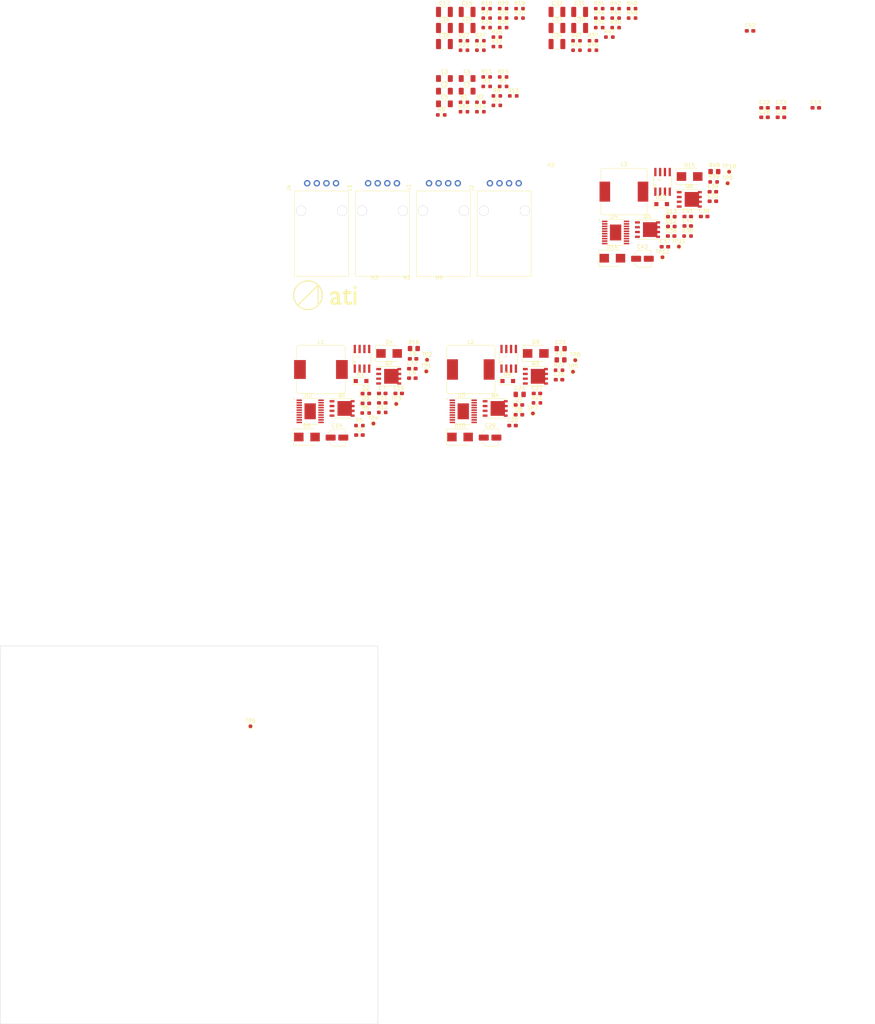
<source format=kicad_pcb>
(kicad_pcb (version 20211014) (generator pcbnew)
  (layers (0 "F.Cu" signal) (31 "B.Cu" signal) (34 "B.Paste" user) (35 "F.Paste" user) (36 "B.SilkS" user "B.Silkscreen") (37 "F.SilkS" user "F.Silkscreen") (38 "B.Mask" user) (39 "F.Mask" user) (44 "Edge.Cuts" user))
  (net 0 "")
  (net 1 "UVLO")
  (net 2 "GNDREF")
  (net 3 "Net-(C7-Pad1)")
  (net 4 "Net-(C7-Pad2)")
  (net 5 "FB")
  (net 6 "Net-(C9-Pad2)")
  (net 7 "Net-(C10-Pad2)")
  (net 8 "RAMP")
  (net 9 "Net-(D5-Pad2)")
  (net 10 "+24V")
  (net 11 "UVLO_2")
  (net 12 "Net-(C21-Pad1)")
  (net 13 "Net-(C21-Pad2)")
  (net 14 "FB_2")
  (net 15 "RAMP_2")
  (net 16 "Net-(C27-Pad1)")
  (net 17 "+15V")
  (net 18 "Net-(C36-Pad1)")
  (net 19 "Net-(C36-Pad2)")
  (net 20 "FB_1")
  (net 21 "Net-(C38-Pad2)")
  (net 22 "Net-(C39-Pad2)")
  (net 23 "RAMP_1")
  (net 24 "Net-(C41-Pad1)")
  (net 25 "+5V")
  (net 26 "+28V")
  (net 27 "Net-(D2-Pad2)")
  (net 28 "Net-(D3-Pad2)")
  (net 29 "Net-(D4-Pad1)")
  (net 30 "Net-(C13-Pad1)")
  (net 31 "Net-(D7-Pad2)")
  (net 32 "Net-(D8-Pad2)")
  (net 33 "Net-(D9-Pad1)")
  (net 34 "Net-(C25-Pad1)")
  (net 35 "Net-(C28-Pad1)")
  (net 36 "Net-(D12-Pad2)")
  (net 37 "Net-(D13-Pad2)")
  (net 38 "Net-(D14-Pad1)")
  (net 39 "Net-(C42-Pad1)")
  (net 40 "Net-(IC1-Pad7)")
  (net 41 "Net-(IC1-Pad1)")
  (net 42 "Net-(IC1-Pad3)")
  (net 43 "Net-(IC1-Pad5)")
  (net 44 "Net-(IC2-Pad7)")
  (net 45 "Net-(IC2-Pad1)")
  (net 46 "Net-(IC2-Pad3)")
  (net 47 "Net-(IC2-Pad5)")
  (net 48 "UVLO_1")
  (net 49 "Net-(IC3-Pad7)")
  (net 50 "Net-(IC3-Pad1)")
  (net 51 "Net-(IC3-Pad3)")
  (net 52 "Net-(IC3-Pad5)")
  (net 53 "SW")
  (net 54 "SW_2")
  (net 55 "SW_1")
  (net 56 "Net-(Q2-Pad1)")
  (net 57 "Net-(Q3-Pad4)")
  (net 58 "Net-(Q4-Pad1)")
  (net 59 "Net-(Q4-Pad4)")
  (net 60 "Net-(Q5-Pad4)")
  (net 61 "Net-(Q6-Pad1)")
  (net 62 "Net-(Q6-Pad4)")
  (net 63 "Net-(TP2-Pad1)")
  (net 64 "Net-(TP6-Pad1)")
  (net 65 "Net-(TP10-Pad1)")
  (net 66 "Net-(R15-Pad1)")
  (net 67 "Net-(R11-Pad2)")
  (net 68 "Net-(R10-Pad2)")
  (net 69 "Net-(R32-Pad1)")
  (net 70 "Net-(C22-Pad2)")
  (net 71 "Net-(C23-Pad2)")
  (net 72 "Net-(R27-Pad2)")
  (net 73 "Net-(R26-Pad2)")
  (net 74 "Net-(R48-Pad1)")
  (net 75 "Net-(R44-Pad2)")
  (net 76 "Net-(R43-Pad2)")
  (net 77 "Net-(U2-Pad18)")
  (net 78 "Net-(U2-Pad15)")
  (footprint "LED_SMD:LED_0603_1608Metric_Pad1.05x0.95mm_HandSolder" (layer "F.Cu") (at 196.795 -14.17)
    (fp_text reference "D3" (at 0 -1.43) (layer "F.SilkS"))
    (fp_text value "D_LED_0603_Green_150060GS75000")
    (pad "1" smd roundrect (at -0.875 0) (size 1.05 0.95) (layers "F.Cu" "F.Paste" "F.Mask") (net 2 "GNDREF"))
    (pad "2" smd roundrect (at 0.875 0) (size 1.05 0.95) (layers "F.Cu" "F.Paste" "F.Mask") (net 28 "Net-(D3-Pad2)"))
  )
  (footprint "Package_SO:PowerPAK_SO-8_Single" (layer "F.Cu") (at 271.36 -60.13)
    (fp_text reference "Q5" (at 0 -3.5) (layer "F.SilkS"))
    (fp_text value "SIJ470DP-T1_GE3")
    (pad "1" smd rect (at -2.67 -1.905) (size 1.27 0.61) (layers "F.Cu" "F.Paste" "F.Mask") (net 55 "SW_1"))
    (pad "2" smd rect (at -2.67 -0.635) (size 1.27 0.61) (layers "F.Cu" "F.Paste" "F.Mask") (net 55 "SW_1"))
    (pad "3" smd rect (at -2.67 0.635) (size 1.27 0.61) (layers "F.Cu" "F.Paste" "F.Mask") (net 55 "SW_1"))
    (pad "4" smd rect (at -2.67 1.905) (size 1.27 0.61) (layers "F.Cu" "F.Paste" "F.Mask") (net 60 "Net-(Q5-Pad4)"))
    (pad "5" smd rect (at 0.69 0) (size 3.81 3.91) (layers "F.Cu" "F.Paste" "F.Mask") (net 26 "+28V"))
    (pad "5" smd rect (at 2.795 -1.905) (size 1.02 0.61) (layers "F.Cu" "F.Paste" "F.Mask") (net 26 "+28V"))
    (pad "5" smd rect (at 2.795 1.905) (size 1.02 0.61) (layers "F.Cu" "F.Paste" "F.Mask") (net 26 "+28V"))
    (pad "5" smd rect (at 2.795 0.635) (size 1.02 0.61) (layers "F.Cu" "F.Paste" "F.Mask") (net 26 "+28V"))
    (pad "5" smd rect (at 2.795 -0.635) (size 1.02 0.61) (layers "F.Cu" "F.Paste" "F.Mask") (net 26 "+28V"))
  )
  (footprint "Resistor_SMD:R_0603_1608Metric_Pad0.98x0.95mm_HandSolder" (layer "F.Cu") (at 195.1 -8.3)
    (fp_text reference "R5" (at 0 -1.43) (layer "F.SilkS"))
    (fp_text value "R_3.3k_0603_ERJ-PA3F3301V")
    (pad "1" smd roundrect (at -0.9125 0) (size 0.975 0.95) (layers "F.Cu" "F.Paste" "F.Mask") (net 40 "Net-(IC1-Pad7)"))
    (pad "2" smd roundrect (at 0.9125 0) (size 0.975 0.95) (layers "F.Cu" "F.Paste" "F.Mask") (net 27 "Net-(D2-Pad2)"))
  )
  (footprint "TestPoint:TestPoint_Pad_D1.0mm" (layer "F.Cu") (at 212.8 -22.63)
    (fp_text reference "TP1" (at 0 -1.448) (layer "F.SilkS"))
    (fp_text value "TestPoint")
    (pad "1" smd circle (at 0 0) (size 1 1) (layers "F.Cu" "F.Mask") (net 5 "FB"))
  )
  (footprint "Diode_SMD:D_SMB" (layer "F.Cu") (at 241.78 -27.38)
    (fp_text reference "D9" (at 0 -3) (layer "F.SilkS"))
    (fp_text value "B340LB-13-F")
    (pad "1" smd rect (at -2.15 0) (size 2.5 2.3) (layers "F.Cu" "F.Paste" "F.Mask") (net 33 "Net-(D9-Pad1)"))
    (pad "2" smd rect (at 2.15 0) (size 2.5 2.3) (layers "F.Cu" "F.Paste" "F.Mask") (net 34 "Net-(C25-Pad1)"))
  )
  (footprint "Capacitor_SMD:C_0805_2012Metric_Pad1.18x1.45mm_HandSolder" (layer "F.Cu") (at 237.51 -16.55)
    (fp_text reference "C24" (at 0 -1.68) (layer "F.SilkS"))
    (fp_text value "C_150pF_0805_08055A151J4T4A")
    (pad "1" smd roundrect (at -1.0375 0) (size 1.175 1.45) (layers "F.Cu" "F.Paste" "F.Mask") (roundrect_rratio 0.212766) (net 14 "FB_2"))
    (pad "2" smd roundrect (at 1.0375 0) (size 1.175 1.45) (layers "F.Cu" "F.Paste" "F.Mask") (roundrect_rratio 0.212766) (net 13 "Net-(C21-Pad2)"))
  )
  (footprint "Resistor_SMD:R_0603_1608Metric_Pad0.98x0.95mm_HandSolder" (layer "F.Cu") (at 227.12 -91.31)
    (fp_text reference "R14" (at 0 -1.43) (layer "F.SilkS"))
    (fp_text value "R_100k_0603_0.1%_ERA3APB104V")
    (pad "1" smd roundrect (at -0.9125 0) (size 0.975 0.95) (layers "F.Cu" "F.Paste" "F.Mask") (net 53 "SW"))
    (pad "2" smd roundrect (at 0.9125 0) (size 0.975 0.95) (layers "F.Cu" "F.Paste" "F.Mask") (net 8 "RAMP"))
  )
  (footprint "Capacitor_SMD:C_1210_3225Metric_Pad1.33x2.70mm_HandSolder" (layer "F.Cu") (at 253.39 -113.47)
    (fp_text reference "C30" (at 0 -2.3) (layer "F.SilkS"))
    (fp_text value "C_2.2u_1210_C1210F225K5RACAUTO")
    (pad "1" smd roundrect (at -1.5625 0) (size 1.325 2.7) (layers "F.Cu" "F.Paste" "F.Mask") (roundrect_rratio 0.188679) (net 26 "+28V"))
    (pad "2" smd roundrect (at 1.5625 0) (size 1.325 2.7) (layers "F.Cu" "F.Paste" "F.Mask") (roundrect_rratio 0.188679) (net 2 "GNDREF"))
  )
  (footprint "Package_SO:PowerPAK_SO-8_Single" (layer "F.Cu") (at 241.68 -21.33)
    (fp_text reference "Q3" (at 0 -3.5) (layer "F.SilkS"))
    (fp_text value "SIJ470DP-T1_GE3")
    (pad "1" smd rect (at -2.67 -1.905) (size 1.27 0.61) (layers "F.Cu" "F.Paste" "F.Mask") (net 54 "SW_2"))
    (pad "2" smd rect (at -2.67 -0.635) (size 1.27 0.61) (layers "F.Cu" "F.Paste" "F.Mask") (net 54 "SW_2"))
    (pad "3" smd rect (at -2.67 0.635) (size 1.27 0.61) (layers "F.Cu" "F.Paste" "F.Mask") (net 54 "SW_2"))
    (pad "4" smd rect (at -2.67 1.905) (size 1.27 0.61) (layers "F.Cu" "F.Paste" "F.Mask") (net 57 "Net-(Q3-Pad4)"))
    (pad "5" smd rect (at 2.795 -1.905) (size 1.02 0.61) (layers "F.Cu" "F.Paste" "F.Mask") (net 26 "+28V"))
    (pad "5" smd rect (at 2.795 1.905) (size 1.02 0.61) (layers "F.Cu" "F.Paste" "F.Mask") (net 26 "+28V"))
    (pad "5" smd rect (at 2.795 0.635) (size 1.02 0.61) (layers "F.Cu" "F.Paste" "F.Mask") (net 26 "+28V"))
    (pad "5" smd rect (at 2.795 -0.635) (size 1.02 0.61) (layers "F.Cu" "F.Paste" "F.Mask") (net 26 "+28V"))
    (pad "5" smd rect (at 0.69 0) (size 3.81 3.91) (layers "F.Cu" "F.Paste" "F.Mask") (net 26 "+28V"))
  )
  (footprint "ATI:SOIC8" (layer "F.Cu") (at 195.7766 -25.955)
    (fp_text reference "IC1" (at -0.889 -0.5842) (layer "F.SilkS") (effects (font (size 0.32 0.32))))
    (fp_text value "LM393DT")
    (pad "1" smd rect locked (at -1.905 2.6) (size 0.6 2.2) (layers "F.Cu" "F.Paste" "F.Mask") (net 41 "Net-(IC1-Pad1)"))
    (pad "2" smd rect locked (at -0.635 2.6) (size 0.6 2.2) (layers "F.Cu" "F.Paste" "F.Mask") (net 1 "UVLO"))
    (pad "3" smd rect locked (at 0.635 2.6) (size 0.6 2.2) (layers "F.Cu" "F.Paste" "F.Mask") (net 42 "Net-(IC1-Pad3)"))
    (pad "4" smd rect locked (at 1.905 2.6) (size 0.6 2.2) (layers "F.Cu" "F.Paste" "F.Mask") (net 2 "GNDREF"))
    (pad "5" smd rect locked (at 1.905 -2.6) (size 0.6 2.2) (layers "F.Cu" "F.Paste" "F.Mask") (net 43 "Net-(IC1-Pad5)"))
    (pad "6" smd rect locked (at 0.635 -2.6) (size 0.6 2.2) (layers "F.Cu" "F.Paste" "F.Mask") (net 1 "UVLO"))
    (pad "7" smd rect locked (at -0.635 -2.6) (size 0.6 2.2) (layers "F.Cu" "F.Paste" "F.Mask") (net 40 "Net-(IC1-Pad7)"))
    (pad "8" smd rect locked (at -1.905 -2.6) (size 0.6 2.2) (layers "F.Cu" "F.Paste" "F.Mask") (net 26 "+28V"))
  )
  (footprint "Capacitor_SMD:C_1206_3216Metric_Pad1.33x1.80mm_HandSolder" (layer "F.Cu") (at 223.6 -100.1)
    (fp_text reference "C4" (at 0 -1.85) (layer "F.SilkS"))
    (fp_text value "C_4.7u_1206_CL31B475KAHNNNE")
    (pad "1" smd roundrect (at -1.5625 0) (size 1.325 1.8) (layers "F.Cu" "F.Paste" "F.Mask") (roundrect_rratio 0.188679) (net 26 "+28V"))
    (pad "2" smd roundrect (at 1.5625 0) (size 1.325 1.8) (layers "F.Cu" "F.Paste" "F.Mask") (roundrect_rratio 0.188679) (net 2 "GNDREF"))
  )
  (footprint "MountingHole:MountingHole_3.5mm" (layer "F.Cu") (at 207.66 -42.92)
    (fp_text reference "H1" (at 0 -4.5) (layer "F.SilkS"))
    (fp_text value "MountingHole")
    (pad "" np_thru_hole circle (at 0 0) (size 3.5 3.5) (drill 3.5) (layers *.Cu *.Mask))
  )
  (footprint "Resistor_SMD:R_0603_1608Metric_Pad0.98x0.95mm_HandSolder" (layer "F.Cu") (at 258.57 -116.08)
    (fp_text reference "R46" (at 0 -1.43) (layer "F.SilkS"))
    (fp_text value "R_4.02k_0603_RG1608P-4021-B-T5")
    (pad "1" smd roundrect (at -0.9125 0) (size 0.975 0.95) (layers "F.Cu" "F.Paste" "F.Mask") (net 20 "FB_1"))
    (pad "2" smd roundrect (at 0.9125 0) (size 0.975 0.95) (layers "F.Cu" "F.Paste" "F.Mask") (net 2 "GNDREF"))
  )
  (footprint "LED_SMD:LED_0603_1608Metric_Pad1.05x0.95mm_HandSolder" (layer "F.Cu") (at 237.325 -11.16)
    (fp_text reference "D8" (at 0 -1.43) (layer "F.SilkS"))
    (fp_text value "D_LED_0603_Green_150060GS75000")
    (pad "1" smd roundrect (at -0.875 0) (size 1.05 0.95) (layers "F.Cu" "F.Paste" "F.Mask") (net 2 "GNDREF"))
    (pad "2" smd roundrect (at 0.875 0) (size 1.05 0.95) (layers "F.Cu" "F.Paste" "F.Mask") (net 32 "Net-(D8-Pad2)"))
  )
  (footprint "Capacitor_SMD:C_1206_3216Metric_Pad1.33x1.80mm_HandSolder" (layer "F.Cu") (at 217.59 -96.75)
    (fp_text reference "C2" (at 0 -1.85) (layer "F.SilkS"))
    (fp_text value "C_4.7u_1206_CL31B475KAHNNNE")
    (pad "1" smd roundrect (at -1.5625 0) (size 1.325 1.8) (layers "F.Cu" "F.Paste" "F.Mask") (roundrect_rratio 0.188679) (net 26 "+28V"))
    (pad "2" smd roundrect (at 1.5625 0) (size 1.325 1.8) (layers "F.Cu" "F.Paste" "F.Mask") (roundrect_rratio 0.188679) (net 2 "GNDREF"))
  )
  (footprint "TestPoint:TestPoint_Pad_D1.0mm" (layer "F.Cu") (at 204.84 -14.02)
    (fp_text reference "TP3" (at 0 -1.448) (layer "F.SilkS"))
    (fp_text value "TestPoint")
    (pad "1" smd circle (at 0 0) (size 1 1) (layers "F.Cu" "F.Mask") (net 8 "RAMP"))
  )
  (footprint "Inductor_SMD:L_Bourns_SRR1260" (layer "F.Cu") (at 224.58 -23.13)
    (fp_text reference "L2" (at 0 -7.25) (layer "F.SilkS"))
    (fp_text value "L_33uH_3A_60mOhms_SMD_12.5mmx12.5mm")
    (pad "1" smd rect (at -4.85 0) (size 2.9 5.4) (layers "F.Cu" "F.Paste" "F.Mask") (net 54 "SW_2"))
    (pad "2" smd rect (at 4.85 0) (size 2.9 5.4) (layers "F.Cu" "F.Paste" "F.Mask") (net 17 "+15V"))
  )
  (footprint "ATI:SOP65P640X110-21N" (layer "F.Cu") (at 182.05 -12.07)
    (fp_text reference "U2" (at -0.465 -4.262) (layer "F.SilkS"))
    (fp_text value "LM25117MPH/NOPB")
    (pad "1" smd roundrect locked (at -2.885 -2.925) (size 1.44 0.41) (layers "F.Cu" "F.Paste" "F.Mask") (roundrect_rratio 0.05) (net 1 "UVLO"))
    (pad "2" smd roundrect locked (at -2.885 -2.275) (size 1.44 0.41) (layers "F.Cu" "F.Paste" "F.Mask") (roundrect_rratio 0.05) (net 66 "Net-(R15-Pad1)"))
    (pad "3" smd roundrect locked (at -2.885 -1.625) (size 1.44 0.41) (layers "F.Cu" "F.Paste" "F.Mask") (roundrect_rratio 0.05) (net 6 "Net-(C9-Pad2)"))
    (pad "4" smd roundrect locked (at -2.885 -0.975) (size 1.44 0.41) (layers "F.Cu" "F.Paste" "F.Mask") (roundrect_rratio 0.05) (net 7 "Net-(C10-Pad2)"))
    (pad "5" smd roundrect locked (at -2.885 -0.325) (size 1.44 0.41) (layers "F.Cu" "F.Paste" "F.Mask") (roundrect_rratio 0.05) (net 67 "Net-(R11-Pad2)"))
    (pad "6" smd roundrect locked (at -2.885 0.325) (size 1.44 0.41) (layers "F.Cu" "F.Paste" "F.Mask") (roundrect_rratio 0.05) (net 2 "GNDREF"))
    (pad "7" smd roundrect locked (at -2.885 0.975) (size 1.44 0.41) (layers "F.Cu" "F.Paste" "F.Mask") (roundrect_rratio 0.05) (net 68 "Net-(R10-Pad2)"))
    (pad "8" smd roundrect locked (at -2.885 1.625) (size 1.44 0.41) (layers "F.Cu" "F.Paste" "F.Mask") (roundrect_rratio 0.05) (net 5 "FB"))
    (pad "9" smd roundrect locked (at -2.885 2.275) (size 1.44 0.41) (layers "F.Cu" "F.Paste" "F.Mask") (roundrect_rratio 0.05) (net 4 "Net-(C7-Pad2)"))
    (pad "10" smd roundrect locked (at -2.885 2.925) (size 1.44 0.41) (layers "F.Cu" "F.Paste" "F.Mask") (roundrect_rratio 0.05) (net 63 "Net-(TP2-Pad1)"))
    (pad "11" smd roundrect locked (at 2.885 2.925) (size 1.44 0.41) (layers "F.Cu" "F.Paste" "F.Mask") (roundrect_rratio 0.05) (net 8 "RAMP"))
    (pad "12" smd roundrect locked (at 2.885 2.275) (size 1.44 0.41) (layers "F.Cu" "F.Paste" "F.Mask") (roundrect_rratio 0.05) (net 56 "Net-(Q2-Pad1)"))
    (pad "13" smd roundrect locked (at 2.885 1.625) (size 1.44 0.41) (layers "F.Cu" "F.Paste" "F.Mask") (roundrect_rratio 0.05) (net 2 "GNDREF"))
    (pad "14" smd roundrect locked (at 2.885 0.975) (size 1.44 0.41) (layers "F.Cu" "F.Paste" "F.Mask") (roundrect_rratio 0.05) (net 2 "GNDREF"))
    (pad "15" smd roundrect locked (at 2.885 0.325) (size 1.44 0.41) (layers "F.Cu" "F.Paste" "F.Mask") (roundrect_rratio 0.05) (net 78 "Net-(U2-Pad15)"))
    (pad "16" smd roundrect locked (at 2.885 -0.325) (size 1.44 0.41) (layers "F.Cu" "F.Paste" "F.Mask") (roundrect_rratio 0.05) (net 9 "Net-(D5-Pad2)"))
    (pad "17" smd roundrect locked (at 2.885 -0.975) (size 1.44 0.41) (layers "F.Cu" "F.Paste" "F.Mask") (roundrect_rratio 0.05) (net 53 "SW"))
    (pad "18" smd roundrect locked (at 2.885 -1.625) (size 1.44 0.41) (layers "F.Cu" "F.Paste" "F.Mask") (roundrect_rratio 0.05) (net 77 "Net-(U2-Pad18)"))
    (pad "19" smd roundrect locked (at 2.885 -2.275) (size 1.44 0.41) (layers "F.Cu" "F.Paste" "F.Mask") (roundrect_rratio 0.05) (net 30 "Net-(C13-Pad1)"))
    (pad "20" smd roundrect locked (at 2.885 -2.925) (size 1.44 0.41) (layers "F.Cu" "F.Paste" "F.Mask") (roundrect_rratio 0.05) (net 29 "Net-(D4-Pad1)"))
    (pad "21" smd rect locked (at 0 0) (size 3 4.2) (layers "F.Cu" "F.Mask") (net 2 "GNDREF"))
  )
  (footprint "Capacitor_SMD:C_0603_1608Metric_Pad1.08x0.95mm_HandSolder" (layer "F.Cu") (at 298.5 -112.7)
    (fp_text reference "C42" (at 0 -1.43) (layer "F.SilkS"))
    (fp_text value "C_0603_0.1u_50V_C0603C104K5RACAUTO")
    (pad "1" smd roundrect (at -0.8625 0) (size 1.075 0.95) (layers "F.Cu" "F.Paste" "F.Mask") (net 39 "Net-(C42-Pad1)"))
    (pad "2" smd roundrect (at 0.8625 0) (size 1.075 0.95) (layers "F.Cu" "F.Paste" "F.Mask") (net 55 "SW_1"))
  )
  (footprint "Resistor_SMD:R_0603_1608Metric_Pad0.98x0.95mm_HandSolder" (layer "F.Cu") (at 222.77 -91.31)
    (fp_text reference "R10" (at 0 -1.43) (layer "F.SilkS"))
    (fp_text value "R_100k_0603_1/10W_CRGP0603F100K")
    (pad "1" smd roundrect (at -0.9125 0) (size 0.975 0.95) (layers "F.Cu" "F.Paste" "F.Mask") (net 2 "GNDREF"))
    (pad "2" smd roundrect (at 0.9125 0) (size 0.975 0.95) (layers "F.Cu" "F.Paste" "F.Mask") (net 68 "Net-(R10-Pad2)"))
  )
  (footprint "Diode_SMD:D_SOD-123F" (layer "F.Cu") (at 234.365 -20.08)
    (fp_text reference "D6" (at -0.127 -1.905) (layer "F.SilkS"))
    (fp_text value "D_TVS_40V_ATV02W360B-HF")
    (pad "1" smd rect (at -1.4 0) (size 1.1 1.1) (layers "F.Cu" "F.Paste" "F.Mask") (net 2 "GNDREF"))
    (pad "2" smd rect (at 1.4 0) (size 1.1 1.1) (layers "F.Cu" "F.Paste" "F.Mask") (net 26 "+28V"))
  )
  (footprint "ATI:Molex_311000042_4pos_1row_2.54mm_PolC" (layer "F.Cu") (at 233.445 -72.395)
    (fp_text reference "J2" (at -8.636 1.27 90) (layer "F.SilkS"))
    (fp_text value "J_Molex_01x04_311000042")
    (pad "" thru_hole circle locked (at 5.43 7.26 90) (size 2.6 2.6) (drill 2.6) (layers *.Cu *.Mask))
    (pad "0" thru_hole circle locked (at -5.43 7.26 90) (size 2.6 2.6) (drill 2.6) (layers *.Cu *.Mask))
    (pad "1" thru_hole circle locked (at -3.81 0) (size 1.7 1.7) (drill 1) (layers *.Cu *.Mask) (net 10 "+24V"))
    (pad "2" thru_hole circle locked (at -1.27 0) (size 1.7 1.7) (drill 1) (layers *.Cu *.Mask) (net 10 "+24V"))
    (pad "3" thru_hole circle locked (at 1.27 0) (size 1.7 1.7) (drill 1) (layers *.Cu *.Mask) (net 2 "GNDREF"))
    (pad "4" thru_hole circle locked (at 3.81 0) (size 1.7 1.7) (drill 1) (layers *.Cu *.Mask) (net 2 "GNDREF"))
  )
  (footprint "ATI:SOP65P640X110-21N" (layer "F.Cu") (at 262.91 -59.37)
    (fp_text reference "U4" (at -0.465 -4.262) (layer "F.SilkS"))
    (fp_text value "LM25117MPH/NOPB")
    (pad "1" smd roundrect locked (at -2.885 -2.925) (size 1.44 0.41) (layers "F.Cu" "F.Paste" "F.Mask") (roundrect_rratio 0.05) (net 48 "UVLO_1"))
    (pad "2" smd roundrect locked (at -2.885 -2.275) (size 1.44 0.41) (layers "F.Cu" "F.Paste" "F.Mask") (roundrect_rratio 0.05) (net 74 "Net-(R48-Pad1)"))
    (pad "3" smd roundrect locked (at -2.885 -1.625) (size 1.44 0.41) (layers "F.Cu" "F.Paste" "F.Mask") (roundrect_rratio 0.05) (net 21 "Net-(C38-Pad2)"))
    (pad "4" smd roundrect locked (at -2.885 -0.975) (size 1.44 0.41) (layers "F.Cu" "F.Paste" "F.Mask") (roundrect_rratio 0.05) (net 22 "Net-(C39-Pad2)"))
    (pad "5" smd roundrect locked (at -2.885 -0.325) (size 1.44 0.41) (layers "F.Cu" "F.Paste" "F.Mask") (roundrect_rratio 0.05) (net 75 "Net-(R44-Pad2)"))
    (pad "6" smd roundrect locked (at -2.885 0.325) (size 1.44 0.41) (layers "F.Cu" "F.Paste" "F.Mask") (roundrect_rratio 0.05) (net 2 "GNDREF"))
    (pad "7" smd roundrect locked (at -2.885 0.975) (size 1.44 0.41) (layers "F.Cu" "F.Paste" "F.Mask") (roundrect_rratio 0.05) (net 76 "Net-(R43-Pad2)"))
    (pad "8" smd roundrect locked (at -2.885 1.625) (size 1.44 0.41) (layers "F.Cu" "F.Paste" "F.Mask") (roundrect_rratio 0.05) (net 20 "FB_1"))
    (pad "9" smd roundrect locked (at -2.885 2.275) (size 1.44 0.41) (layers "F.Cu" "F.Paste" "F.Mask") (roundrect_rratio 0.05) (net 19 "Net-(C36-Pad2)"))
    (pad "10" smd roundrect locked (at -2.885 2.925) (size 1.44 0.41) (layers "F.Cu" "F.Paste" "F.Mask") (roundrect_rratio 0.05) (net 65 "Net-(TP10-Pad1)"))
    (pad "11" smd roundrect locked (at 2.885 2.925) (size 1.44 0.41) (layers "F.Cu" "F.Paste" "F.Mask") (roundrect_rratio 0.05) (net 23 "RAMP_1"))
    (pad "12" smd roundrect locked (at 2.885 2.275) (size 1.44 0.41) (layers "F.Cu" "F.Paste" "F.Mask") (roundrect_rratio 0.05) (net 61 "Net-(Q6-Pad1)"))
    (pad "13" smd roundrect locked (at 2.885 1.625) (size 1.44 0.41) (layers "F.Cu" "F.Paste" "F.Mask") (roundrect_rratio 0.05) (net 2 "GNDREF"))
    (pad "14" smd roundrect locked (at 2.885 0.975) (size 1.44 0.41) (layers "F.Cu" "F.Paste" "F.Mask") (roundrect_rratio 0.05) (net 2 "GNDREF"))
    (pad "15" smd roundrect locked (at 2.885 0.325) (size 1.44 0.41) (layers "F.Cu" "F.Paste" "F.Mask") (roundrect_rratio 0.05) (net 62 "Net-(Q6-Pad4)"))
    (pad "16" smd roundrect locked (at 2.885 -0.325) (size 1.44 0.41) (layers "F.Cu" "F.Paste" "F.Mask") (roundrect_rratio 0.05) (net 24 "Net-(C41-Pad1)"))
    (pad "17" smd roundrect locked (at 2.885 -0.975) (size 1.44 0.41) (layers "F.Cu" "F.Paste" "F.Mask") (roundrect_rratio 0.05) (net 55 "SW_1"))
    (pad "18" smd roundrect locked (at 2.885 -1.625) (size 1.44 0.41) (layers "F.Cu" "F.Paste" "F.Mask") (roundrect_rratio 0.05) (net 60 "Net-(Q5-Pad4)"))
    (pad "19" smd roundrect locked (at 2.885 -2.275) (size 1.44 0.41) (layers "F.Cu" "F.Paste" "F.Mask") (roundrect_rratio 0.05) (net 39 "Net-(C42-Pad1)"))
    (pad "20" smd roundrect locked (at 2.885 -2.925) (size 1.44 0.41) (layers "F.Cu" "F.Paste" "F.Mask") (roundrect_rratio 0.05) (net 38 "Net-(D14-Pad1)"))
    (pad "21" smd rect locked (at 0 0) (size 3 4.2) (layers "F.Cu" "F.Mask") (net 2 "GNDREF"))
  )
  (footprint "ATI:Molex_311000042_4pos_1row_2.54mm_PolC" (layer "F.Cu") (at 201.205 -72.395)
    (fp_text reference "J3" (at -8.636 1.27 90) (layer "F.SilkS"))
    (fp_text value "J_Molex_01x04_311000042")
    (pad "" thru_hole circle locked (at 5.43 7.26 90) (size 2.6 2.6) (drill 2.6) (layers *.Cu *.Mask))
    (pad "0" thru_hole circle locked (at -5.43 7.26 90) (size 2.6 2.6) (drill 2.6) (layers *.Cu *.Mask))
    (pad "1" thru_hole circle locked (at -3.81 0) (size 1.7 1.7) (drill 1) (layers *.Cu *.Mask) (net 17 "+15V"))
    (pad "2" thru_hole circle locked (at -1.27 0) (size 1.7 1.7) (drill 1) (layers *.Cu *.Mask) (net 17 "+15V"))
    (pad "3" thru_hole circle locked (at 1.27 0) (size 1.7 1.7) (drill 1) (layers *.Cu *.Mask) (net 2 "GNDREF"))
    (pad "4" thru_hole circle locked (at 3.81 0) (size 1.7 1.7) (drill 1) (layers *.Cu *.Mask) (net 2 "GNDREF"))
  )
  (footprint "Capacitor_SMD:C_0603_1608Metric_Pad1.08x0.95mm_HandSolder" (layer "F.Cu") (at 315.9 -92.35)
    (fp_text reference "C13" (at 0 -1.43) (layer "F.SilkS"))
    (fp_text value "C_0603_0.1u_50V_C0603C104K5RACAUTO")
    (pad "1" smd roundrect (at -0.8625 0) (size 1.075 0.95) (layers "F.Cu" "F.Paste" "F.Mask") (net 30 "Net-(C13-Pad1)"))
    (pad "2" smd roundrect (at 0.8625 0) (size 1.075 0.95) (layers "F.Cu" "F.Paste" "F.Mask") (net 53 "SW"))
  )
  (footprint "TestPoint:TestPoint_Pad_D1.0mm" (layer "F.Cu") (at 166.25 71.25)
    (fp_text reference "TP6" (at 0 -1.448) (layer "F.SilkS"))
    (fp_text value "TestPoint")
    (pad "1" smd circle (at 0 0) (size 1 1) (layers "F.Cu" "F.Mask") (net 64 "Net-(TP6-Pad1)"))
  )
  (footprint "Resistor_SMD:R_0603_1608Metric_Pad0.98x0.95mm_HandSolder" (layer "F.Cu") (at 233.13 -118.59)
    (fp_text reference "R29" (at 0 -1.43) (layer "F.SilkS"))
    (fp_text value "R_1.15k_0603_ERJ-3EKF1151V")
    (pad "1" smd roundrect (at -0.9125 0) (size 0.975 0.95) (layers "F.Cu" "F.Paste" "F.Mask") (net 14 "FB_2"))
    (pad "2" smd roundrect (at 0.9125 0) (size 0.975 0.95) (layers "F.Cu" "F.Paste" "F.Mask") (net 2 "GNDREF"))
  )
  (footprint "Resistor_SMD:R_0603_1608Metric_Pad0.98x0.95mm_HandSolder" (layer "F.Cu") (at 258.57 -113.57)
    (fp_text reference "R35" (at 0 -1.43) (layer "F.SilkS"))
    (fp_text value "R_1.8k_0603_ERJ-3EKF1801V")
    (pad "1" smd roundrect (at -0.9125 0) (size 0.975 0.95) (layers "F.Cu" "F.Paste" "F.Mask") (net 51 "Net-(IC3-Pad3)"))
    (pad "2" smd roundrect (at 0.9125 0) (size 0.975 0.95) (layers "F.Cu" "F.Paste" "F.Mask") (net 2 "GNDREF"))
  )
  (footprint "Capacitor_SMD:C_0603_1608Metric_Pad1.08x0.95mm_HandSolder" (layer "F.Cu") (at 205.49 -16.8)
    (fp_text reference "C10" (at 0 -1.43) (layer "F.SilkS"))
    (fp_text value "C_0603_0.047uF_16V_10%_ECJ-1VB1C473K")
    (pad "1" smd roundrect (at -0.8625 0) (size 1.075 0.95) (layers "F.Cu" "F.Paste" "F.Mask") (net 2 "GNDREF"))
    (pad "2" smd roundrect (at 0.8625 0) (size 1.075 0.95) (layers "F.Cu" "F.Paste" "F.Mask") (net 7 "Net-(C10-Pad2)"))
  )
  (footprint "Capacitor_SMD:C_Elec_4x5.4" (layer "F.Cu") (at 229.68 -5.12)
    (fp_text reference "C29" (at 0 -3.2) (layer "F.SilkS"))
    (fp_text value "C_0.22uF_RAD_50V_20%")
    (pad "1" smd roundrect (at -1.675 0) (size 2.65 1.6) (layers "F.Cu" "F.Paste" "F.Mask") (roundrect_rratio 0.15625) (net 17 "+15V"))
    (pad "2" smd roundrect (at 1.675 0) (size 2.65 1.6) (layers "F.Cu" "F.Paste" "F.Mask") (roundrect_rratio 0.15625) (net 2 "GNDREF"))
  )
  (footprint "TestPoint:TestPoint_Pad_D1.0mm" (layer "F.Cu") (at 198.8 -8.84)
    (fp_text reference "TP4" (at 0 -1.448) (layer "F.SilkS"))
    (fp_text value "TestPoint")
    (pad "1" smd circle (at 0 0) (size 1 1) (layers "F.Cu" "F.Mask") (net 30 "Net-(C13-Pad1)"))
  )
  (footprint "Resistor_SMD:R_0603_1608Metric_Pad0.98x0.95mm_HandSolder" (layer "F.Cu") (at 228.78 -118.59)
    (fp_text reference "R18" (at 0 -1.43) (layer "F.SilkS"))
    (fp_text value "R_1.8k_0603_ERJ-3EKF1801V")
    (pad "1" smd roundrect (at -0.9125 0) (size 0.975 0.95) (layers "F.Cu" "F.Paste" "F.Mask") (net 46 "Net-(IC2-Pad3)"))
    (pad "2" smd roundrect (at 0.9125 0) (size 0.975 0.95) (layers "F.Cu" "F.Paste" "F.Mask") (net 2 "GNDREF"))
  )
  (footprint "Capacitor_SMD:C_0603_1608Metric_Pad1.08x0.95mm_HandSolder" (layer "F.Cu") (at 235.63 -8.3)
    (fp_text reference "C20" (at 0 -1.43) (layer "F.SilkS"))
    (fp_text value "C_0603_220pF_50V_ECJ-1VC1H221J")
    (pad "1" smd roundrect (at -0.8625 0) (size 1.075 0.95) (layers "F.Cu" "F.Paste" "F.Mask") (net 11 "UVLO_2"))
    (pad "2" smd roundrect (at 0.8625 0) (size 1.075 0.95) (layers "F.Cu" "F.Paste" "F.Mask") (net 2 "GNDREF"))
  )
  (footprint "Resistor_SMD:R_0603_1608Metric_Pad0.98x0.95mm_HandSolder" (layer "F.Cu") (at 262.92 -113.57)
    (fp_text reference "R36" (at 0 -1.43) (layer "F.SilkS"))
    (fp_text value "R_100k_0603_1/10W_CRGP0603F100K")
    (pad "1" smd roundrect (at -0.9125 0) (size 0.975 0.95) (layers "F.Cu" "F.Paste" "F.Mask") (net 26 "+28V"))
    (pad "2" smd roundrect (at 0.9125 0) (size 0.975 0.95) (layers "F.Cu" "F.Paste" "F.Mask") (net 52 "Net-(IC3-Pad5)"))
  )
  (footprint "Capacitor_SMD:C_1206_3216Metric_Pad1.33x1.80mm_HandSolder" (layer "F.Cu") (at 217.59 -93.4)
    (fp_text reference "C5" (at 0 -1.85) (layer "F.SilkS"))
    (fp_text value "C_4.7u_1206_CL31B475KAHNNNE")
    (pad "1" smd roundrect (at -1.5625 0) (size 1.325 1.8) (layers "F.Cu" "F.Paste" "F.Mask") (roundrect_rratio 0.188679) (net 26 "+28V"))
    (pad "2" smd roundrect (at 1.5625 0) (size 1.325 1.8) (layers "F.Cu" "F.Paste" "F.Mask") (roundrect_rratio 0.188679) (net 2 "GNDREF"))
  )
  (footprint "Resistor_SMD:R_0603_1608Metric_Pad0.98x0.95mm_HandSolder" (layer "F.Cu") (at 228.78 -100.52)
    (fp_text reference "R11" (at 0 -1.43) (layer "F.SilkS"))
    (fp_text value "R_12k_0603_ERJ3EKF1202V")
    (pad "1" smd roundrect (at -0.9125 0) (size 0.975 0.95) (layers "F.Cu" "F.Paste" "F.Mask") (net 2 "GNDREF"))
    (pad "2" smd roundrect (at 0.9125 0) (size 0.975 0.95) (layers "F.Cu" "F.Paste" "F.Mask") (net 67 "Net-(R11-Pad2)"))
  )
  (footprint "Resistor_SMD:R_0805_2012Metric_Pad1.20x1.40mm_HandSolder" (layer "F.Cu") (at 248.33 -25.67)
    (fp_text reference "R33" (at 0 -1.65) (layer "F.SilkS"))
    (fp_text value "R_27mOhms_0805_ERJ-6BWFR027V")
    (pad "1" smd roundrect (at -1 0) (size 1.2 1.4) (layers "F.Cu" "F.Paste" "F.Mask") (roundrect_rratio 0.208333) (net 58 "Net-(Q4-Pad1)"))
    (pad "2" smd roundrect (at 1 0) (size 1.2 1.4) (layers "F.Cu" "F.Paste" "F.Mask") (roundrect_rratio 0.208333) (net 2 "GNDREF"))
  )
  (footprint "ATI:SOIC8" (layer "F.Cu") (at 275.3366 -72.755)
    (fp_text reference "IC3" (at -0.889 -0.5842) (layer "F.SilkS") (effects (font (size 0.32 0.32))))
    (fp_text value "LM393DT")
    (pad "1" smd rect locked (at -1.905 2.6) (size 0.6 2.2) (layers "F.Cu" "F.Paste" "F.Mask") (net 50 "Net-(IC3-Pad1)"))
    (pad "2" smd rect locked (at -0.635 2.6) (size 0.6 2.2) (layers "F.Cu" "F.Paste" "F.Mask") (net 48 "UVLO_1"))
    (pad "3" smd rect locked (at 0.635 2.6) (size 0.6 2.2) (layers "F.Cu" "F.Paste" "F.Mask") (net 51 "Net-(IC3-Pad3)"))
    (pad "4" smd rect locked (at 1.905 2.6) (size 0.6 2.2) (layers "F.Cu" "F.Paste" "F.Mask") (net 2 "GNDREF"))
    (pad "5" smd rect locked (at 1.905 -2.6) (size 0.6 2.2) (layers "F.Cu" "F.Paste" "F.Mask") (net 52 "Net-(IC3-Pad5)"))
    (pad "6" smd rect locked (at 0.635 -2.6) (size 0.6 2.2) (layers "F.Cu" "F.Paste" "F.Mask") (net 48 "UVLO_1"))
    (pad "7" smd rect locked (at -0.635 -2.6) (size 0.6 2.2) (layers "F.Cu" "F.Paste" "F.Mask") (net 49 "Net-(IC3-Pad7)"))
    (pad "8" smd rect locked (at -1.905 -2.6) (size 0.6 2.2) (layers "F.Cu" "F.Paste" "F.Mask") (net 26 "+28V"))
  )
  (footprint "Resistor_SMD:R_0603_1608Metric_Pad0.98x0.95mm_HandSolder" (layer "F.Cu") (at 288.86 -72.75)
    (fp_text reference "R39" (at 0 -1.43) (layer "F.SilkS"))
    (fp_text value "R_3.3k_0603_ERJ-PA3F3301V")
    (pad "1" smd roundrect (at -0.9125 0) (size 0.975 0.95) (layers "F.Cu" "F.Paste" "F.Mask") (net 50 "Net-(IC3-Pad1)"))
    (pad "2" smd roundrect (at 0.9125 0) (size 0.975 0.95) (layers "F.Cu" "F.Paste" "F.Mask") (net 37 "Net-(D13-Pad2)"))
  )
  (footprint "Resistor_SMD:R_0603_1608Metric_Pad0.98x0.95mm_HandSolder" (layer "F.Cu") (at 227.12 -110.09)
    (fp_text reference "R27" (at 0 -1.43) (layer "F.SilkS"))
    (fp_text value "R_12k_0603_ERJ3EKF1202V")
    (pad "1" smd roundrect (at -0.9125 0) (size 0.975 0.95) (layers "F.Cu" "F.Paste" "F.Mask") (net 2 "GNDREF"))
    (pad "2" smd roundrect (at 0.9125 0) (size 0.975 0.95) (layers "F.Cu" "F.Paste" "F.Mask") (net 72 "Net-(R27-Pad2)"))
  )
  (footprint "Capacitor_SMD:C_1210_3225Metric_Pad1.33x2.70mm_HandSolder" (layer "F.Cu") (at 223.6 -117.72)
    (fp_text reference "C15" (at 0 -2.3) (layer "F.SilkS"))
    (fp_text value "C_2.2u_1210_C1210F225K5RACAUTO")
    (pad "1" smd roundrect (at -1.5625 0) (size 1.325 2.7) (layers "F.Cu" "F.Paste" "F.Mask") (roundrect_rratio 0.188679) (net 26 "+28V"))
    (pad "2" smd roundrect (at 1.5625 0) (size 1.325 2.7) (layers "F.Cu" "F.Paste" "F.Mask") (roundrect_rratio 0.188679) (net 2 "GNDREF"))
  )
  (footprint "Package_SO:PowerPAK_SO-8_Single" (layer "F.Cu") (at 231.03 -12.83)
    (fp_text reference "Q4" (at 0 -3.5) (layer "F.SilkS"))
    (fp_text value "SIJ470DP-T1_GE3")
    (pad "1" smd rect (at -2.67 -1.905) (size 1.27 0.61) (layers "F.Cu" "F.Paste" "F.Mask") (net 58 "Net-(Q4-Pad1)"))
    (pad "2" smd rect (at -2.67 -0.635) (size 1.27 0.61) (layers "F.Cu" "F.Paste" "F.Mask") (net 58 "Net-(Q4-Pad1)"))
    (pad "3" smd rect (at -2.67 0.635) (size 1.27 0.61) (layers "F.Cu" "F.Paste" "F.Mask") (net 58 "Net-(Q4-Pad1)"))
    (pad "4" smd rect (at -2.67 1.905) (size 1.27 0.61) (layers "F.Cu" "F.Paste" "F.Mask") (net 59 "Net-(Q4-Pad4)"))
    (pad "5" smd rect (at 2.795 1.905) (size 1.02 0.61) (layers "F.Cu" "F.Paste" "F.Mask") (net 54 "SW_2"))
    (pad "5" smd rect (at 2.795 -0.635) (size 1.02 0.61) (layers "F.Cu" "F.Paste" "F.Mask") (net 54 "SW_2"))
    (pad "5" smd rect (at 0.69 0) (size 3.81 3.91) (layers "F.Cu" "F.Paste" "F.Mask") (net 54 "SW_2"))
    (pad "5" smd rect (at 2.795 -1.905) (size 1.02 0.61) (layers "F.Cu" "F.Paste" "F.Mask") (net 54 "SW_2"))
    (pad "5" smd rect (at 2.795 0.635) (size 1.02 0.61) (layers "F.Cu" "F.Paste" "F.Mask") (net 54 "SW_2"))
  )
  (footprint "Capacitor_SMD:C_1210_3225Metric_Pad1.33x2.70mm_HandSolder" (layer "F.Cu") (at 223.6 -113.47)
    (fp_text reference "C19" (at 0 -2.3) (layer "F.SilkS"))
    (fp_text value "C_2.2u_1210_C1210F225K5RACAUTO")
    (pad "1" smd roundrect (at -1.5625 0) (size 1.325 2.7) (layers "F.Cu" "F.Paste" "F.Mask") (roundrect_rratio 0.188679) (net 26 "+28V"))
    (pad "2" smd roundrect (at 1.5625 0) (size 1.325 2.7) (layers "F.Cu" "F.Paste" "F.Mask") (roundrect_rratio 0.188679) (net 2 "GNDREF"))
  )
  (footprint "Capacitor_SMD:C_1206_3216Metric_Pad1.33x1.80mm_HandSolder" (layer "F.Cu") (at 223.6 -96.75)
    (fp_text reference "C1" (at 0 -1.85) (layer "F.SilkS"))
    (fp_text value "C_4.7u_1206_CL31B475KAHNNNE")
    (pad "1" smd roundrect (at -1.5625 0) (size 1.325 1.8) (layers "F.Cu" "F.Paste" "F.Mask") (roundrect_rratio 0.188679) (net 26 "+28V"))
    (pad "2" smd roundrect (at 1.5625 0) (size 1.325 1.8) (layers "F.Cu" "F.Paste" "F.Mask") (roundrect_rratio 0.188679) (net 2 "GNDREF"))
  )
  (footprint "Resistor_SMD:R_0603_1608Metric_Pad0.98x0.95mm_HandSolder" (layer "F.Cu") (at 231.47 -92.99)
    (fp_text reference "R4" (at 0 -1.43) (layer "F.SilkS"))
    (fp_text value "R_4.7k_0603_ERJ-3GEYJ472V")
    (pad "1" smd roundrect (at -0.9125 0) (size 0.975 0.95) (layers "F.Cu" "F.Paste" "F.Mask") (net 43 "Net-(IC1-Pad5)"))
    (pad "2" smd roundrect (at 0.9125 0) (size 0.975 0.95) (layers "F.Cu" "F.Paste" "F.Mask") (net 2 "GNDREF"))
  )
  (footprint "TestPoint:TestPoint_Pad_D1.0mm" (layer "F.Cu") (at 292.96 -75.43)
    (fp_text reference "TP10" (at 0 -1.448) (layer "F.SilkS"))
    (fp_text value "TestPoint")
    (pad "1" smd circle (at 0 0) (size 1 1) (layers "F.Cu" "F.Mask") (net 65 "Net-(TP10-Pad1)"))
  )
  (footprint "ATI:Molex_311000042_4pos_1row_2.54mm_PolC" (layer "F.Cu") (at 185.085 -72.395)
    (fp_text reference "J4" (at -8.636 1.27 90) (layer "F.SilkS"))
    (fp_text value "J_Molex_01x04_311000042")
    (pad "" thru_hole circle locked (at 5.43 7.26 90) (size 2.6 2.6) (drill 2.6) (layers *.Cu *.Mask))
    (pad "0" thru_hole circle locked (at -5.43 7.26 90) (size 2.6 2.6) (drill 2.6) (layers *.Cu *.Mask))
    (pad "1" thru_hole circle locked (at -3.81 0) (size 1.7 1.7) (drill 1) (layers *.Cu *.Mask) (net 25 "+5V"))
    (pad "2" thru_hole circle locked (at -1.27 0) (size 1.7 1.7) (drill 1) (layers *.Cu *.Mask) (net 25 "+5V"))
    (pad "3" thru_hole circle locked (at 1.27 0) (size 1.7 1.7) (drill 1) (layers *.Cu *.Mask) (net 2 "GNDREF"))
    (pad "4" thru_hole circle locked (at 3.81 0) (size 1.7 1.7) (drill 1) (layers *.Cu *.Mask) (net 2 "GNDREF"))
  )
  (footprint "Resistor_SMD:R_0603_1608Metric_Pad0.98x0.95mm_HandSolder" (layer "F.Cu") (at 281.96 -58.42)
    (fp_text reference "R38" (at 0 -1.43) (layer "F.SilkS"))
    (fp_text value "R_3.3k_0603_ERJ-PA3F3301V")
    (pad "1" smd roundrect (at -0.9125 0) (size 0.975 0.95) (layers "F.Cu" "F.Paste" "F.Mask") (net 49 "Net-(IC3-Pad7)"))
    (pad "2" smd roundrect (at 0.9125 0) (size 0.975 0.95) (layers "F.Cu" "F.Paste" "F.Mask") (net 36 "Net-(D12-Pad2)"))
  )
  (footprint "ATI:atilogo_19.06_10.16mm" (layer "F.Cu") (at 185.554578 -42.811081)
    (fp_text reference "U1" hide)
    (fp_text value "AtiLogo" hide)
  )
  (footprint "Capacitor_SMD:C_1210_3225Metric_Pad1.33x2.70mm_HandSolder" (layer "F.Cu") (at 217.59 -117.72)
    (fp_text reference "C17" (at 0 -2.3) (layer "F.SilkS"))
    (fp_text value "C_2.2u_1210_C1210F225K5RACAUTO")
    (pad "1" smd roundrect (at -1.5625 0) (size 1.325 2.7) (layers "F.Cu" "F.Paste" "F.Mask") (roundrect_rratio 0.188679) (net 26 "+28V"))
    (pad "2" smd roundrect (at 1.5625 0) (size 1.325 2.7) (layers "F.Cu" "F.Paste" "F.Mask") (roundrect_rratio 0.188679) (net 2 "GNDREF"))
  )
  (footprint "Resistor_SMD:R_0603_1608Metric_Pad0.98x0.95mm_HandSolder" (layer "F.Cu") (at 233.13 -98.01)
    (fp_text reference "R7" (at 0 -1.43) (layer "F.SilkS"))
    (fp_text value "R_49.9k_0603_ERJ3EKF4992V")
    (pad "1" smd roundrect (at -0.9125 0) (size 0.975 0.95) (layers "F.Cu" "F.Paste" "F.Mask") (net 26 "+28V"))
    (pad "2" smd roundrect (at 0.9125 0) (size 0.975 0.95) (layers "F.Cu" "F.Paste" "F.Mask") (net 1 "UVLO"))
  )
  (footprint "Inductor_SMD:L_Bourns_SRR1210A" (layer "F.Cu") (at 265.11 -70.18)
    (fp_text reference "L3" (at 0 -7.25) (layer "F.SilkS"))
    (fp_text value "L_27uH_5A_40mOhms_SMD_12.0mmx12.0mm")
    (pad "1" smd rect (at -5.05 0) (size 2.8 5.3) (layers "F.Cu" "F.Paste" "F.Mask") (net 55 "SW_1"))
    (pad "2" smd rect (at 5.05 0) (size 2.8 5.3) (layers "F.Cu" "F.Paste" "F.Mask") (net 25 "+5V"))
  )
  (footprint "Resistor_SMD:R_0603_1608Metric_Pad0.98x0.95mm_HandSolder" (layer "F.Cu") (at 252.56 -107.58)
    (fp_text reference "R43" (at 0 -1.43) (layer "F.SilkS"))
    (fp_text value "R_100k_0603_1/10W_CRGP0603F100K")
    (pad "1" smd roundrect (at -0.9125 0) (size 0.975 0.95) (layers "F.Cu" "F.Paste" "F.Mask") (net 2 "GNDREF"))
    (pad "2" smd roundrect (at 0.9125 0) (size 0.975 0.95) (layers "F.Cu" "F.Paste" "F.Mask") (net 76 "Net-(R43-Pad2)"))
  )
  (footprint "Capacitor_SMD:C_1206_3216Metric_Pad1.33x1.80mm_HandSolder" (layer "F.Cu") (at 217.59 -100.1)
    (fp_text reference "C3" (at 0 -1.85) (layer "F.SilkS"))
    (fp_text value "C_4.7u_1206_CL31B475KAHNNNE")
    (pad "1" smd roundrect (at -1.5625 0) (size 1.325 1.8) (layers "F.Cu" "F.Paste" "F.Mask") (roundrect_rratio 0.188679) (net 26 "+28V"))
    (pad "2" smd roundrect (at 1.5625 0) (size 1.325 1.8) (layers "F.Cu" "F.Paste" "F.Mask") (roundrect_rratio 0.188679) (net 2 "GNDREF"))
  )
  (footprint "Resistor_SMD:R_0603_1608Metric_Pad0.98x0.95mm_HandSolder" (layer "F.Cu") (at 262.92 -118.59)
    (fp_text reference "R42" (at 0 -1.43) (layer "F.SilkS"))
    (fp_text value "R_7.5k_0603_ERA-3APB752V")
    (pad "1" smd roundrect (at -0.9125 0) (size 0.975 0.95) (layers "F.Cu" "F.Paste" "F.Mask") (net 20 "FB_1"))
    (pad "2" smd roundrect (at 0.9125 0) (size 0.975 0.95) (layers "F.Cu" "F.Paste" "F.Mask") (net 18 "Net-(C36-Pad1)"))
  )
  (footprint "MountingHole:MountingHole_3.5mm" (layer "F.Cu") (at 199.11 -42.92)
    (fp_text reference "H3" (at 0 -4.5) (layer "F.SilkS"))
    (fp_text value "MountingHole")
    (pad "" np_thru_hole circle (at 0 0) (size 3.5 3.5) (drill 3.5) (layers *.Cu *.Mask))
  )
  (footprint "Package_SO:PowerPAK_SO-8_Single" (layer "F.Cu") (at 282.41 -68.13)
    (fp_text reference "Q6" (at 0 -3.5) (layer "F.SilkS"))
    (fp_text value "SIJ470DP-T1_GE3")
    (pad "1" smd rect (at -2.67 -1.905) (size 1.27 0.61) (layers "F.Cu" "F.Paste" "F.Mask") (net 61 "Net-(Q6-Pad1)"))
    (pad "2" smd rect (at -2.67 -0.635) (size 1.27 0.61) (layers "F.Cu" "F.Paste" "F.Mask") (net 61 "Net-(Q6-Pad1)"))
    (pad "3" smd rect (at -2.67 0.635) (size 1.27 0.61) (layers "F.Cu" "F.Paste" "F.Mask") (net 61 "Net-(Q6-Pad1)"))
    (pad "4" smd rect (at -2.67 1.905) (size 1.27 0.61) (layers "F.Cu" "F.Paste" "F.Mask") (net 62 "Net-(Q6-Pad4)"))
    (pad "5" smd rect (at 2.795 -0.635) (size 1.02 0.61) (layers "F.Cu" "F.Paste" "F.Mask") (net 55 "SW_1"))
    (pad "5" smd rect (at 2.795 -1.905) (size 1.02 0.61) (layers "F.Cu" "F.Paste" "F.Mask") (net 55 "SW_1"))
    (pad "5" smd rect (at 0.69 0) (size 3.81 3.91) (layers "F.Cu" "F.Paste" "F.Mask") (net 55 "SW_1"))
    (pad "5" smd rect (at 2.795 1.905) (size 1.02 0.61) (layers "F.Cu" "F.Paste" "F.Mask") (net 55 "SW_1"))
    (pad "5" smd rect (at 2.795 0.635) (size 1.02 0.61) (layers "F.Cu" "F.Paste" "F.Mask") (net 55 "SW_1"))
  )
  (footprint "Capacitor_SMD:C_0603_1608Metric_Pad1.08x0.95mm_HandSolder" (layer "F.Cu") (at 277.61 -58.42)
    (fp_text reference "C36" (at 0 -1.43) (layer "F.SilkS"))
    (fp_text value "C_820pF_0603_50V_GCM1885C1H821JA16D")
    (pad "1" smd roundrect (at -0.8625 0) (size 1.075 0.95) (layers "F.Cu" "F.Paste" "F.Mask") (net 18 "Net-(C36-Pad1)"))
    (pad "2" smd roundrect (at 0.8625 0) (size 1.075 0.95) (layers "F.Cu" "F.Paste" "F.Mask") (net 19 "Net-(C36-Pad2)"))
  )
  (footprint "Resistor_SMD:R_0603_1608Metric_Pad0.98x0.95mm_HandSolder" (layer "F.Cu") (at 227.12 -107.58)
    (fp_text reference "R23" (at 0 -1.43) (layer "F.SilkS"))
    (fp_text value "R_49.9k_0603_ERJ3EKF4992V")
    (pad "1" smd roundrect (at -0.9125 0) (size 0.975 0.95) (layers "F.Cu" "F.Paste" "F.Mask") (net 26 "+28V"))
    (pad "2" smd roundrect (at 0.9125 0) (size 0.975 0.95) (layers "F.Cu" "F.Paste" "F.Mask") (net 11 "UVLO_2"))
  )
  (footprint "Diode_SMD:D_SMB" (layer "F.Cu") (at 282.51 -74.18)
    (fp_text reference "D15" (at 0 -3) (layer "F.SilkS"))
    (fp_text value "B340LB-13-F")
    (pad "1" smd rect (at -2.15 0) (size 2.5 2.3) (layers "F.Cu" "F.Paste" "F.Mask") (net 39 "Net-(C42-Pad1)"))
    (pad "2" smd rect (at 2.15 0) (size 2.5 2.3) (layers "F.Cu" "F.Paste" "F.Mask") (net 24 "Net-(C41-Pad1)"))
  )
  (footprint "Diode_SMD:D_SMB" (layer "F.Cu") (at 181.2 -5.27)
    (fp_text reference "D5" (at 0 -3) (layer "F.SilkS"))
    (fp_text value "B340LB-13-F")
    (pad "1" smd rect (at -2.15 0) (size 2.5 2.3) (layers "F.Cu" "F.Paste" "F.Mask") (net 30 "Net-(C13-Pad1)"))
    (pad "2" smd rect (at 2.15 0) (size 2.5 2.3) (layers "F.Cu" "F.Paste" "F.Mask") (net 9 "Net-(D5-Pad2)"))
  )
  (footprint "TestPoint:TestPoint_Pad_D1.0mm" (layer "F.Cu") (at 252.23 -25.58)
    (fp_text reference "TP8" (at 0 -1.448) (layer "F.SilkS"))
    (fp_text value "TestPoint")
    (pad "1" smd circle (at 0 0) (size 1 1) (layers "F.Cu" "F.Mask") (net 35 "Net-(C28-Pad1)"))
  )
  (footprint "Diode_SMD:D_SMB" (layer "F.Cu") (at 202.95 -27.38)
    (fp_text reference "D4" (at 0 -3) (layer "F.SilkS"))
    (fp_text value "B340LB-13-F")
    (pad "1" smd rect (at -2.15 0) (size 2.5 2.3) (layers "F.Cu" "F.Paste" "F.Mask") (net 29 "Net-(D4-Pad1)"))
    (pad "2" smd rect (at 2.15 0) (size 2.5 2.3) (layers "F.Cu" "F.Paste" "F.Mask") (net 26 "+28V"))
  )
  (footprint "Resistor_SMD:R_0603_1608Metric_Pad0.98x0.95mm_HandSolder" (layer "F.Cu") (at 222.77 -93.82)
    (fp_text reference "R1" (at 0 -1.43) (layer "F.SilkS"))
    (fp_text value "R_100k_0603_1/10W_CRGP0603F100K")
    (pad "1" smd roundrect (at -0.9125 0) (size 0.975 0.95) (layers "F.Cu" "F.Paste" "F.Mask") (net 26 "+28V"))
    (pad "2" smd roundrect (at 0.9125 0) (size 0.975 0.95) (layers "F.Cu" "F.Paste" "F.Mask") (net 42 "Net-(IC1-Pad3)"))
  )
  (footprint "Resistor_SMD:R_0603_1608Metric_Pad0.98x0.95mm_HandSolder" (layer "F.Cu") (at 237.48 -116.08)
    (fp_text reference "R20" (at 0 -1.43) (layer "F.SilkS"))
    (fp_text value "R_4.7k_0603_ERJ-3GEYJ472V")
    (pad "1" smd roundrect (at -0.9125 0) (size 0.975 0.95) (layers "F.Cu" "F.Paste" "F.Mask") (net 47 "Net-(IC2-Pad5)"))
    (pad "2" smd roundrect (at 0.9125 0) (size 0.975 0.95) (layers "F.Cu" "F.Paste" "F.Mask") (net 2 "GNDREF"))
  )
  (footprint "Resistor_SMD:R_0603_1608Metric_Pad0.98x0.95mm_HandSolder" (layer "F.Cu") (at 235.82 -95.5)
    (fp_text reference "R13" (at 0 -1.43) (layer "F.SilkS"))
    (fp_text value "R_1k_0603_ERJ-3EKF1001V")
    (pad "1" smd roundrect (at -0.9125 0) (size 0.975 0.95) (layers "F.Cu" "F.Paste" "F.Mask") (net 5 "FB"))
    (pad "2" smd roundrect (at 0.9125 0) (size 0.975 0.95) (layers "F.Cu" "F.Paste" "F.Mask") (net 2 "GNDREF"))
  )
  (footprint "Capacitor_SMD:C_0603_1608Metric_Pad1.08x0.95mm_HandSolder" (layer "F.Cu") (at 201.14 -16.8)
    (fp_text reference "C7" (at 0 -1.43) (layer "F.SilkS"))
    (fp_text value "C_0.01uf_0603_50V_ECJ-1VB1H103K")
    (pad "1" smd roundrect (at -0.8625 0) (size 1.075 0.95) (layers "F.Cu" "F.Paste" "F.Mask") (net 3 "Net-(C7-Pad1)"))
    (pad "2" smd roundrect (at 0.8625 0) (size 1.075 0.95) (layers "F.Cu" "F.Paste" "F.Mask") (net 4 "Net-(C7-Pad2)"))
  )
  (footprint "Diode_SMD:D_SMB" (layer "F.Cu") (at 221.73 -5.27)
    (fp_text reference "D10" (at 0 -3) (layer "F.SilkS"))
    (fp_text value "B340LB-13-F")
    (pad "1" smd rect (at -2.15 0) (size 2.5 2.3) (layers "F.Cu" "F.Paste" "F.Mask") (net 35 "Net-(C28-Pad1)"))
    (pad "2" smd rect (at 2.15 0) (size 2.5 2.3) (layers "F.Cu" "F.Paste" "F.Mask") (net 16 "Net-(C27-Pad1)"))
  )
  (footprint "Capacitor_SMD:C_0603_1608Metric_Pad1.08x0.95mm_HandSolder" (layer "F.Cu") (at 286.35 -63.6)
    (fp_text reference "C38" (at 0 -1.43) (layer "F.SilkS"))
    (fp_text value "C_0603_0.47uF_25V_CGA3E3X7R1E474K080AB")
    (pad "1" smd roundrect (at -0.8625 0) (size 1.075 0.95) (layers "F.Cu" "F.Paste" "F.Mask") (net 2 "GNDREF"))
    (pad "2" smd roundrect (at 0.8625 0) (size 1.075 0.95) (layers "F.Cu" "F.Paste" "F.Mask") (net 21 "Net-(C38-Pad2)"))
  )
  (footprint "Capacitor_SMD:C_0603_1608Metric_Pad1.08x0.95mm_HandSolder" (layer "F.Cu") (at 288.66 -67.64)
    (fp_text reference "C35" (at 0 -1.43) (layer "F.SilkS"))
    (fp_text value "C_0603_220pF_50V_ECJ-1VC1H221J")
    (pad "1" smd roundrect (at -0.8625 0) (size 1.075 0.95) (layers "F.Cu" "F.Paste" "F.Mask") (net 11 "UVLO_2"))
    (pad "2" smd roundrect (at 0.8625 0) (size 1.075 0.95) (layers "F.Cu" "F.Paste" "F.Mask") (net 2 "GNDREF"))
  )
  (footprint "Resistor_SMD:R_0603_1608Metric_Pad0.98x0.95mm_HandSolder" (layer "F.Cu") (at 196.75 -11.62)
    (fp_text reference "R6" (at 0 -1.43) (layer "F.SilkS"))
    (fp_text value "R_3.3k_0603_ERJ-PA3F3301V")
    (pad "1" smd roundrect (at -0.9125 0) (size 0.975 0.95) (layers "F.Cu" "F.Paste" "F.Mask") (net 41 "Net-(IC1-Pad1)"))
    (pad "2" smd roundrect (at 0.9125 0) (size 0.975 0.95) (layers "F.Cu" "F.Paste" "F.Mask") (net 28 "Net-(D3-Pad2)"))
  )
  (footprint "Resistor_SMD:R_0603_1608Metric_Pad0.98x0.95mm_HandSolder" (layer "F.Cu") (at 233.13 -116.08)
    (fp_text reference "R28" (at 0 -1.43) (layer "F.SilkS"))
    (fp_text value "R_20k_0603_ERJ-3EKF2002V")
    (pad "1" smd roundrect (at -0.9125 0) (size 0.975 0.95) (layers "F.Cu" "F.Paste" "F.Mask") (net 17 "+15V"))
    (pad "2" smd roundrect (at 0.9125 0) (size 0.975 0.95) (layers "F.Cu" "F.Paste" "F.Mask") (net 14 "FB_2"))
  )
  (footprint "Resistor_SMD:R_0603_1608Metric_Pad0.98x0.95mm_HandSolder" (layer "F.Cu") (at 231.47 -95.5)
    (fp_text reference "R8" (at 0 -1.43) (layer "F.SilkS"))
    (fp_text value "R_12k_0603_ERJ3EKF1202V")
    (pad "1" smd roundrect (at -0.9125 0) (size 0.975 0.95) (layers "F.Cu" "F.Paste" "F.Mask") (net 1 "UVLO"))
    (pad "2" smd roundrect (at 0.9125 0) (size 0.975 0.95) (layers "F.Cu" "F.Paste" "F.Mask") (net 2 "GNDREF"))
  )
  (footprint "Resistor_SMD:R_0603_1608Metric_Pad0.98x0.95mm_HandSolder" (layer "F.Cu") (at 267.27 -116.08)
    (fp_text reference "R48" (at 0 -1.43) (layer "F.SilkS"))
    (fp_text value "R_0R_0603_ERJ-3GEY0R00V")
    (pad "1" smd roundrect (at -0.9125 0) (size 0.975 0.95) (layers "F.Cu" "F.Paste" "F.Mask") (net 74 "Net-(R48-Pad1)"))
    (pad "2" smd roundrect (at 0.9125 0) (size 0.975 0.95) (layers "F.Cu" "F.Paste" "F.Mask") (net 24 "Net-(C41-Pad1)"))
  )
  (footprint "Capacitor_SMD:C_1210_3225Metric_Pad1.33x2.70mm_HandSolder" (layer "F.Cu") (at 247.38 -113.47)
    (fp_text reference "C33" (at 0 -2.3) (layer "F.SilkS"))
    (fp_text value "C_2.2u_1210_C1210F225K5RACAUTO")
    (pad "1" smd roundrect (at -1.5625 0) (size 1.325 2.7) (layers "F.Cu" "F.Paste" "F.Mask") (roundrect_rratio 0.188679) (net 26 "+28V"))
    (pad "2" smd roundrect (at 1.5625 0) (size 1.325 2.7) (layers "F.Cu" "F.Paste" "F.Mask") (roundrect_rratio 0.188679) (net 2 "GNDREF"))
  )
  (footprint "TestPoint:TestPoint_Pad_D1.0mm" (layer "F.Cu") (at 275.31 -52.82)
    (fp_text reference "TP12" (at 0 -1.448) (layer "F.SilkS"))
    (fp_text value "TestPoint")
    (pad "1" smd circle (at 0 0) (size 1 1) (layers "F.Cu" "F.Mask") (net 39 "Net-(C42-Pad1)"))
  )
  (footprint "TestPoint:TestPoint_Pad_D1.0mm" (layer "F.Cu") (at 251.63 -22.53)
    (fp_text reference "TP5" (at 0 -1.448) (layer "F.SilkS"))
    (fp_text value "TestPoint")
    (pad "1" smd circle (at 0 0) (size 1 1) (layers "F.Cu" "F.Mask") (net 14 "FB_2"))
  )
  (footprint "Capacitor_SMD:C_0603_1608Metric_Pad1.08x0.95mm_HandSolder" (layer "F.Cu") (at 302.33 -92.35)
    (fp_text reference "C22" (at 0 -1.43) (layer "F.SilkS"))
    (fp_text value "C_0603_0.1u_50V_C0603C104K5RACAUTO")
    (pad "1" smd roundrect (at -0.8625 0) (size 1.075 0.95) (layers "F.Cu" "F.Paste" "F.Mask") (net 2 "GNDREF"))
    (pad "2" smd roundrect (at 0.8625 0) (size 1.075 0.95) (layers "F.Cu" "F.Paste" "F.Mask") (net 70 "Net-(C22-Pad2)"))
  )
  (footprint "Capacitor_SMD:C_0805_2012Metric_Pad1.18x1.45mm_HandSolder" (layer "F.Cu") (at 248.36 -28.65)
    (fp_text reference "C21" (at 0 -1.68) (layer "F.SilkS"))
    (fp_text value "C_4700pF_0805_CL21C472JAFNNNE")
    (pad "1" smd roundrect (at -1.0375 0) (size 1.175 1.45) (layers "F.Cu" "F.Paste" "F.Mask") (roundrect_rratio 0.212766) (net 12 "Net-(C21-Pad1)"))
    (pad "2" smd roundrect (at 1.0375 0) (size 1.175 1.45) (layers "F.Cu" "F.Paste" "F.Mask") (roundrect_rratio 0.212766) (net 13 "Net-(C21-Pad2)"))
  )
  (footprint "LED_SMD:LED_0603_1608Metric_Pad1.05x0.95mm_HandSolder" (layer "F.Cu") (at 277.655 -60.97)
    (fp_text reference "D12" (at 0 -1.43) (layer "F.SilkS"))
    (fp_text value "D_LED_0603_Red_150060RS75000")
    (pad "1" smd roundrect (at -0.875 0) (size 1.05 0.95) (layers "F.Cu" "F.Paste" "F.Mask") (net 2 "GNDREF"))
    (pad "2" smd roundrect (at 0.875 0) (size 1.05 0.95) (layers "F.Cu" "F.Paste" "F.Mask") (net 36 "Net-(D12-Pad2)"))
  )
  (footprint "Resistor_SMD:R_0603_1608Metric_Pad0.98x0.95mm_HandSolder" (layer "F.Cu") (at 201.14 -11.78)
    (fp_text reference "R12" (at 0 -1.43) (layer "F.SilkS"))
    (fp_text value "R_30k_0603_ERJ-PB3B3002V")
    (pad "1" smd roundrect (at -0.9125 0) (size 0.975 0.95) (layers "F.Cu" "F.Paste" "F.Mask") (net 10 "+24V"))
    (pad "2" smd roundrect (at 0.9125 0) (size 0.975 0.95) (layers "F.Cu" "F.Paste" "F.Mask") (net 5 "FB"))
  )
  (footprint "Capacitor_SMD:C_1210_3225Metric_Pad1.33x2.70mm_HandSolder" (layer "F.Cu") (at 217.59 -109.22)
    (fp_text reference "C18" (at 0 -2.3) (layer "F.SilkS"))
    (fp_text value "C_2.2u_1210_C1210F225K5RACAUTO")
    (pad "1" smd roundrect (at -1.5625 0) (size 1.325 2.7) (layers "F.Cu" "F.Paste" "F.Mask") (roundrect_rratio 0.188679) (net 26 "+28V"))
    (pad "2" smd roundrect (at 1.5625 0) (size 1.325 2.7) (layers "F.Cu" "F.Paste" "F.Mask") (roundrect_rratio 0.188679) (net 2 "GNDREF"))
  )
  (footprint "Resistor_SMD:R_0603_1608Metric_Pad0.98x0.95mm_HandSolder" (layer "F.Cu") (at 228.78 -113.57)
    (fp_text reference "R24" (at 0 -1.43) (layer "F.SilkS"))
    (fp_text value "R_12k_0603_ERJ3EKF1202V")
    (pad "1" smd roundrect (at -0.9125 0) (size 0.975 0.95) (layers "F.Cu" "F.Paste" "F.Mask") (net 11 "UVLO_2"))
    (pad "2" smd roundrect (at 0.9125 0) (size 0.975 0.95) (layers "F.Cu" "F.Paste" "F.Mask") (net 2 "GNDREF"))
  )
  (footprint "Resistor_SMD:R_0603_1608Metric_Pad0.98x0.95mm_HandSolder" (layer "F.Cu") (at 227.12 -93.82)
    (fp_text reference "R2" (at 0 -1.43) (layer "F.SilkS"))
    (fp_text value "R_1.8k_0603_ERJ-3EKF1801V")
    (pad "1" smd roundrect (at -0.9125 0) (size 0.975 0.95) (layers "F.Cu" "F.Paste" "F.Mask") (net 42 "Net-(IC1-Pad3)"))
    (pad "2" smd roundrect (at 0.9125 0) (size 0.975 0.95) (layers "F.Cu" "F.Paste" "F.Mask") (net 2 "GNDREF"))
  )
  (footprint "TestPoint:TestPoint_Pad_D1.0mm" (layer "F.Cu") (at 213 -25.68)
    (fp_text reference "TP2" (at 0 -1.448) (layer "F.SilkS"))
    (fp_text value "TestPoint")
    (pad "1" smd circle (at 0 0) (size 1 1) (layers "F.Cu" "F.Mask") (net 63 "Net-(TP2-Pad1)"))
  )
  (footprint "Resistor_SMD:R_0603_1608Metric_Pad0.98x0.95mm_HandSolder" (layer "F.Cu") (at 258.57 -118.59)
    (fp_text reference "R34" (at 0 -1.43) (layer "F.SilkS"))
    (fp_text value "R_100k_0603_1/10W_CRGP0603F100K")
    (pad "1" smd roundrect (at -0.9125 0) (size 0.975 0.95) (layers "F.Cu" "F.Paste" "F.Mask") (net 26 "+28V"))
    (pad "2" smd roundrect (at 0.9125 0) (size 0.975 0.95) (layers "F.Cu" "F.Paste" "F.Mask") (net 51 "Net-(IC3-Pad3)"))
  )
  (footprint "Resistor_SMD:R_0603_1608Metric_Pad0.98x0.95mm_HandSolder" (layer "F.Cu") (at 222.77 -110.09)
    (fp_text reference "R17" (at 0 -1.43) (layer "F.SilkS"))
    (fp_text value "R_100k_0603_1/10W_CRGP0603F100K")
    (pad "1" smd roundrect (at -0.9125 0) (size 0.975 0.95) (layers "F.Cu" "F.Paste" "F.Mask") (net 26 "+28V"))
    (pad "2" smd roundrect (at 0.9125 0) (size 0.975 0.95) (layers "F.Cu" "F.Paste" "F.Mask") (net 46 "Net-(IC2-Pad3)"))
  )
  (footprint "Capacitor_SMD:C_0603_1608Metric_Pad1.08x0.95mm_HandSolder" (layer "F.Cu") (at 195.1 -5.79)
    (fp_text reference "C9" (at 0 -1.43) (layer "F.SilkS"))
    (fp_text value "C_0603_0.47uF_25V_CGA3E3X7R1E474K080AB")
    (pad "1" smd roundrect (at -0.8625 0) (size 1.075 0.95) (layers "F.Cu" "F.Paste" "F.Mask") (net 2 "GNDREF"))
    (pad "2" smd roundrect (at 0.8625 0) (size 1.075 0.95) (layers "F.Cu" "F.Paste" "F.Mask") (net 6 "Net-(C9-Pad2)"))
  )
  (footprint "ATI:SOP65P640X110-21N" (layer "F.Cu") (at 222.58 -12.07)
    (fp_text reference "U3" (at -0.465 -4.262) (layer "F.SilkS"))
    (fp_text value "LM25117MPH/NOPB")
    (pad "1" smd roundrect locked (at -2.885 -2.925) (size 1.44 0.41) (layers "F.Cu" "F.Paste" "F.Mask") (roundrect_rratio 0.05) (net 11 "UVLO_2"))
    (pad "2" smd roundrect locked (at -2.885 -2.275) (size 1.44 0.41) (layers "F.Cu" "F.Paste" "F.Mask") (roundrect_rratio 0.05) (net 69 "Net-(R32-Pad1)"))
    (pad "3" smd roundrect locked (at -2.885 -1.625) (size 1.44 0.41) (layers "F.Cu" "F.Paste" "F.Mask") (roundrect_rratio 0.05) (net 70 "Net-(C22-Pad2)"))
    (pad "4" smd roundrect locked (at -2.885 -0.975) (size 1.44 0.41) (layers "F.Cu" "F.Paste" "F.Mask") (roundrect_rratio 0.05) (net 71 "Net-(C23-Pad2)"))
    (pad "5" smd roundrect locked (at -2.885 -0.325) (size 1.44 0.41) (layers "F.Cu" "F.Paste" "F.Mask") (roundrect_rratio 0.05) (net 72 "Net-(R27-Pad2)"))
    (pad "6" smd roundrect locked (at -2.885 0.325) (size 1.44 0.41) (layers "F.Cu" "F.Paste" "F.Mask") (roundrect_rratio 0.05) (net 2 "GNDREF"))
    (pad "7" smd roundrect locked (at -2.885 0.975) (size 1.44 0.41) (layers "F.Cu" "F.Paste" "F.Mask") (roundrect_rratio 0.05) (net 73 "Net-(R26-Pad2)"))
    (pad "8" smd roundrect locked (at -2.885 1.625) (size 1.44 0.41) (layers "F.Cu" "F.Paste" "F.Mask") (roundrect_rratio 0.05) (net 14 "FB_2"))
    (pad "9" smd roundrect locked (at -2.885 2.275) (size 1.44 0.41) (layers "F.Cu" "F.Paste" "F.Mask") (roundrect_rratio 0.05) (net 13 "Net-(C21-Pad2)"))
    (pad "10" smd roundrect locked (at -2.885 2.925) (size 1.44 0.41) (layers "F.Cu" "F.Paste" "F.Mask") (roundrect_rratio 0.05) (net 64 "Net-(TP6-Pad1)"))
    (pad "11" smd roundrect locked (at 2.885 2.925) (size 1.44 0.41) (layers "F.Cu" "F.Paste" "F.Mask") (roundrect_rratio 0.05) (net 15 "RAMP_2"))
    (pad "12" smd roundrect locked (at 2.885 2.275) (size 1.44 0.41) (layers "F.Cu" "F.Paste" "F.Mask") (roundrect_rratio 0.05) (net 58 "Net-(Q4-Pad1)"))
    (pad "13" smd roundrect locked (at 2.885 1.625) (size 1.44 0.41) (layers "F.Cu" "F.Paste" "F.Mask") (roundrect_rratio 0.05) (net 2 "GNDREF"))
    (pad "14" smd roundrect locked (at 2.885 0.975) (size 1.44 0.41) (layers "F.Cu" "F.Paste" "F.Mask") (roundrect_rratio 0.05) (net 2 "GNDREF"))
    (pad "15" smd roundrect locked (at 2.885 0.325) (size 1.44 0.41) (layers "F.Cu" "F.Paste" "F.Mask") (roundrect_rratio 0.05) (net 59 "Net-(Q4-Pad4)"))
    (pad "16" smd roundrect locked (at 2.885 -0.325) (size 1.44 0.41) (layers "F.Cu" "F.Paste" "F.Mask") (roundrect_rratio 0.05) (net 16 "Net-(C27-Pad1)"))
    (pad "17" smd roundrect locked (at 2.885 -0.975) (size 1.44 0.41) (layers "F.Cu" "F.Paste" "F.Mask") (roundrect_rratio 0.05) (net 54 "SW_2"))
    (pad "18" smd roundrect locked (at 2.885 -1.625) (size 1.44 0.41) (layers "F.Cu" "F.Paste" "F.Mask") (roundrect_rratio 0.05) (net 57 "Net-(Q3-Pad4)"))
    (pad "19" smd roundrect locked (at 2.885 -2.275) (size 1.44 0.41) (layers "F.Cu" "F.Paste" "F.Mask") (roundrect_rratio 0.05) (net 35 "Net-(C28-Pad1)"))
    (pad "20" smd roundrect locked (at 2.885 -2.925) (size 1.44 0.41) (layers "F.Cu" "F.Paste" "F.Mask") (roundrect_rratio 0.05) (net 33 "Net-(D9-Pad1)"))
    (pad "21" smd rect locked (at 0 0) (size 3 4.2) (layers "F.Cu" "F.Mask") (net 2 "GNDREF"))
  )
  (footprint "Resistor_SMD:R_0603_1608Metric_Pad0.98x0.95mm_HandSolder" (layer "F.Cu") (at 261.26 -111.06)
    (fp_text reference "R47" (at 0 -1.43) (layer "F.SilkS"))
    (fp_text value "R_56k_0603_ERJ-3EKF5602V")
    (pad "1" smd roundrect (at -0.9125 0) (size 0.975 0.95) (layers "F.Cu" "F.Paste" "F.Mask") (net 55 "SW_1"))
    (pad "2" smd roundrect (at 0.9125 0) (size 0.975 0.95) (layers "F.Cu" "F.Paste" "F.Mask") (net 23 "RAMP_1"))
  )
  (footprint "Capacitor_SMD:C_0603_1608Metric_Pad1.08x0.95mm_HandSolder" (layer "F.Cu") (at 209.1 -23.35)
    (fp_text reference "C12" (at 0 -1.43) (layer "F.SilkS"))
    (fp_text value "C_1uf_0603_GCJ188R71E105KA01D")
    (pad "1" smd roundrect (at -0.8625 0) (size 1.075 0.95) (layers "F.Cu" "F.Paste" "F.Mask") (net 9 "Net-(D5-Pad2)"))
    (pad "2" smd roundrect (at 0.8625 0) (size 1.075 0.95) (layers "F.Cu" "F.Paste" "F.Mask") (net 2 "GNDREF"))
  )
  (footprint "Resistor_SMD:R_0603_1608Metric_Pad0.98x0.95mm_HandSolder" (layer "F.Cu") (at 216.76 -90.47)
    (fp_text reference "R9" (at 0 -1.43) (layer "F.SilkS"))
    (fp_text value "R_470R_0603_ERJ-3EKF4700V")
    (pad "1" smd roundrect (at -0.9125 0) (size 0.975 0.95) (layers "F.Cu" "F.Paste" "F.Mask") (net 5 "FB"))
    (pad "2" smd roundrect (at 0.9125 0) (size 0.975 0.95) (layers "F.Cu" "F.Paste" "F.Mask") (net 3 "Net-(C7-Pad1)"))
  )
  (footprint "Resistor_SMD:R_0603_1608Metric_Pad0.98x0.95mm_HandSolder" (layer "F.Cu") (at 252.56 -110.09)
    (fp_text reference "R41" (at 0 -1.43) (layer "F.SilkS"))
    (fp_text value "R_12k_0603_ERJ3EKF1202V")
    (pad "1" smd roundrect (at -0.9125 0) (size 0.975 0.95) (layers "F.Cu" "F.Paste" "F.Mask") (net 11 "UVLO_2"))
    (pad "2" smd roundrect (at 0.9125 0) (size 0.975 0.95) (layers "F.Cu" "F.Paste" "F.Mask") (net 2 "GNDREF"))
  )
  (footprint "TestPoint:TestPoint_Pad_D1.0mm" (layer "F.Cu") (at 292.56 -72.38)
    (fp_text reference "TP9" (at 0 -1.448) (layer "F.SilkS"))
    (fp_text value "TestPoint")
    (pad "1" smd circle (at 0 0) (size 1 1) (layers "F.Cu" "F.Mask") (net 20 "FB_1"))
  )
  (footprint "Resistor_SMD:R_0603_1608Metric_Pad0.98x0.95mm_HandSolder" (layer "F.Cu") (at 237.48 -118.59)
    (fp_text reference "R19" (at 0 -1.43) (layer "F.SilkS"))
    (fp_text value "R_100k_0603_1/10W_CRGP0603F100K")
    (pad "1" smd roundrect (at -0.9125 0) (size 0.975 0.95) (layers "F.Cu" "F.Paste" "F.Mask") (net 26 "+28V"))
    (pad "2" smd roundrect (at 0.9125 0) (size 0.975 0.95) (layers "F.Cu" "F.Paste" "F.Mask") (net 47 "Net-(IC2-Pad5)"))
  )
  (footprint "Capacitor_SMD:C_0603_1608Metric_Pad1.08x0.95mm_HandSolder" (layer "F.Cu") (at 275.96 -55.6)
    (fp_text reference "C37" (at 0 -1.43) (layer "F.SilkS"))
    (fp_text value "C_6.8pF_0603_CL10C6R8CB8NNNC")
    (pad "1" smd roundrect (at -0.8625 0) (size 1.075 0.95) (layers "F.Cu" "F.Paste" "F.Mask") (net 19 "Net-(C36-Pad2)"))
    (pad "2" smd roundrect (at 0.8625 0) (size 1.075 0.95) (layers "F.Cu" "F.Paste" "F.Mask") (net 20 "FB_1"))
  )
  (footprint "MountingHole:MountingHole_3.5mm" (layer "F.Cu") (at 216.21 -42.92)
    (fp_text reference "H4" (at 0 -4.5) (layer "F.SilkS"))
    (fp_text value "MountingHole")
    (pad "" np_thru_hole circle (at 0 0) (size 3.5 3.5) (drill 3.5) (layers *.Cu *.Mask))
  )
  (footprint "Capacitor_SMD:C_0603_1608Metric_Pad1.08x0.95mm_HandSolder" (layer "F.Cu") (at 247.93 -20.43)
    (fp_text reference "C26" (at 0 -1.43) (layer "F.SilkS"))
    (fp_text value "C_820pF_0603_50V_GCM1885C1H821JA16D")
    (pad "1" smd roundrect (at -0.8625 0) (size 1.075 0.95) (layers "F.Cu" "F.Paste" "F.Mask") (net 15 "RAMP_2"))
    (pad "2" smd roundrect (at 0.8625 0) (size 1.075 0.95) (layers "F.Cu" "F.Paste" "F.Mask") (net 2 "GNDREF"))
  )
  (footprint "Inductor_SMD:L_Bourns_SRP1245A" (layer "F.Cu") (at 184.9 -23.13)
    (fp_text reference "L1" (at 0 -7.25) (layer "F.SilkS"))
    (fp_text value "L_22uH_12A_37mOhms_SMD_12.5mmx13.5mm")
    (pad "1" smd rect (at -5.55 0) (size 3.1 5) (layers "F.Cu" "F.Paste" "F.Mask") (net 53 "SW"))
    (pad "2" smd rect (at 5.55 0) (size 3.1 5) (layers "F.Cu" "F.Paste" "F.Mask") (net 10 "+24V"))
  )
  (footprint "Resistor_SMD:R_0603_1608Metric_Pad0.98x0.95mm_HandSolder" (layer "F.Cu") (at 256.91 -107.58)
    (fp_text reference "R45" (at 0 -1.43) (layer "F.SilkS"))
    (fp_text value "R_21k_0603_RT0603BRD0721KL")
    (pad "1" smd roundrect (at -0.9125 0) (size 0.975 0.95) (layers "F.Cu" "F.Paste" "F.Mask") (net 25 "+5V"))
    (pad "2" smd roundrect (at 0.9125 0) (size 0.975 0.95) (layers "F.Cu" "F.Paste" "F.Mask") (net 20 "FB_1"))
  )
  (footprint "Capacitor_SMD:C_0603_1608Metric_Pad1.08x0.95mm_HandSolder" (layer "F.Cu") (at 201.14 -14.29)
    (fp_text reference "C11" (at 0 -1.43) (layer "F.SilkS"))
    (fp_text value "C_820pF_0603_50V_GCM1885C1H821JA16D")
    (pad "1" smd roundrect (at -0.8625 0) (size 1.075 0.95) (layers "F.Cu" "F.Paste" "F.Mask") (net 8 "RAMP"))
    (pad "2" smd roundrect (at 0.8625 0) (size 1.075 0.95) (layers "F.Cu" "F.Paste" "F.Mask") (net 2 "GNDREF"))
  )
  (footprint "TestPoint:TestPoint_Pad_D1.0mm" (layer "F.Cu") (at 241.02 -11.51)
    (fp_text reference "TP7" (at 0 -1.448) (layer "F.SilkS"))
    (fp_text value "TestPoint")
    (pad "1" smd circle (at 0 0) (size 1 1) (layers "F.Cu" "F.Mask") (net 15 "RAMP_2"))
  )
  (footprint "Resistor_SMD:R_0603_1608Metric_Pad0.98x0.95mm_HandSolder" (layer "F.Cu") (at 233.13 -113.57)
    (fp_text reference "R30" (at 0 -1.43) (layer "F.SilkS"))
    (fp_text value "R_0R_0603_ERJ-3GEY0R00V")
    (pad "1" smd roundrect (at -0.9125 0) (size 0.975 0.95) (layers "F.Cu" "F.Paste" "F.Mask") (net 34 "Net-(C25-Pad1)"))
    (pad "2" smd roundrect (at 0.9125 0) (size 0.975 0.95) (layers "F.Cu" "F.Paste" "F.Mask") (net 26 "+28V"))
  )
  (footprint "Resistor_SMD:R_0603_1608Metric_Pad0.98x0.95mm_HandSolder" (layer "F.Cu") (at 228.78 -116.08)
    (fp_text reference "R31" (at 0 -1.43) (layer "F.SilkS"))
    (fp_text value "R_174k_0603_ERJ-3EKF1743V")
    (pad "1" smd roundrect (at -0.9125 0) (size 0.975 0.95) (layers "F.Cu" "F.Paste" "F.Mask") (net 54 "SW_2"))
    (pad "2" smd roundrect (at 0.9125 0) (size 0.975 0.95) (layers "F.Cu" "F.Paste" "F.Mask") (net 15 "RAMP_2"))
  )
  (footprint "ATI:Molex_311000040_4pos_1row_2.54mm_PolA" (layer "F.Cu") (at 217.325 -72.395)
    (fp_text reference "J1" (at -9.144 1.016 90) (layer "F.SilkS"))
    (fp_text value "J_Molex_01x04_311000040")
    (pad "" thru_hole circle locked (at 5.43 7.26 90) (size 2.6 2.6) (drill 2.6) (layers *.Cu *.Mask))
    (pad "0" thru_hole circle locked (at -5.43 7.26 90) (size 2.6 2.6) (drill 2.6) (layers *.Cu *.Mask))
    (pad "1" thru_hole circle locked (at -3.81 0) (size 1.7 1.7) (drill 1) (layers *.Cu *.Mask) (net 26 "+28V"))
    (pad "2" thru_hole circle locked (at -1.27 0) (size 1.7 1.7) (drill 1) (layers *.Cu *.Mask) (net 26 "+28V"))
    (pad "3" thru_hole circle locked (at 1.27 0) (size 1.7 1.7) (drill 1) (layers *.Cu *.Mask) (net 2 "GNDREF"))
    (pad "4" thru_hole circle locked (at 3.81 0) (size 1.7 1.7) (drill 1) (layers *.Cu *.Mask) (net 2 "GNDREF"))
  )
  (footprint "Capacitor_SMD:C_1210_3225Metric_Pad1.33x2.70mm_HandSolder" (layer "F.Cu") (at 247.38 -109.22)
    (fp_text reference "C34" (at 0 -2.3) (layer "F.SilkS"))
    (fp_text value "C_2.2u_1210_C1210F225K5RACAUTO")
    (pad "1" smd roundrect (at -1.5625 0) (size 1.325 2.7) (layers "F.Cu" "F.Paste" "F.Mask") (roundrect_rratio 0.188679) (net 26 "+28V"))
    (pad "2" smd roundrect (at 1.5625 0) (size 1.325 2.7) (layers "F.Cu" "F.Paste" "F.Mask") (roundrect_rratio 0.188679) (net 2 "GNDREF"))
  )
  (footprint "Capacitor_SMD:C_1210_3225Metric_Pad1.33x2.70mm_HandSolder" (layer "F.Cu") (at 247.38 -117.72)
    (fp_text reference "C32" (at 0 -2.3) (layer "F.SilkS"))
    (fp_text value "C_2.2u_1210_C1210F225K5RACAUTO")
    (pad "1" smd roundrect (at -1.5625 0) (size 1.325 2.7) (layers "F.Cu" "F.Paste" "F.Mask") (roundrect_rratio 0.188679) (net 26 "+28V"))
    (pad "2" smd roundrect (at 1.5625 0) (size 1.325 2.7) (layers "F.Cu" "F.Paste" "F.Mask") (roundrect_rratio 0.188679) (net 2 "GNDREF"))
  )
  (footprint "Resistor_SMD:R_0603_1608Metric_Pad0.98x0.95mm_HandSolder" (layer "F.Cu") (at 242.09 -14.29)
    (fp_text reference "R21" (at 0 -1.43) (layer "F.SilkS"))
    (fp_text value "R_3.3k_0603_ERJ-PA3F3301V")
    (pad "1" smd roundrect (at -0.9125 0) (size 0.975 0.95) (layers "F.Cu" "F.Paste" "F.Mask") (net 44 "Net-(IC2-Pad7)"))
    (pad "2" smd roundrect (at 0.9125 0) (size 0.975 0.95) (layers "F.Cu" "F.Paste" "F.Mask") (net 31 "Net-(D7-Pad2)"))
  )
  (footprint "MountingHole:MountingHole_3.5mm" (layer "F.Cu") (at 245.78 -72.68)
    (fp_text reference "H2" (at 0 -4.5) (layer "F.SilkS"))
    (fp_text value "MountingHole")
    (pad "" np_thru_hole circle (at 0 0) (size 3.5 3.5) (drill 3.5) (layers *.Cu *.Mask))
  )
  (footprint "Capacitor_SMD:C_0603_1608Metric_Pad1.08x0.95mm_HandSolder" (layer "F.Cu") (at 306.68 -92.35)
    (fp_text reference "C23" (at 0 -1.43) (layer "F.SilkS"))
    (fp_text value "C_0603_0.1u_50V_C0603C104K5RACAUTO")
    (pad "1" smd roundrect (at -0.8625 0) (size 1.075 0.95) (layers "F.Cu" "F.Paste" "F.Mask") (net 2 "GNDREF"))
    (pad "2" smd roundrect (at 0.8625 0) (size 1.075 0.95) (layers "F.Cu" "F.Paste" "F.Mask") (net 71 "Net-(C23-Pad2)"))
  )
  (footprint "Resistor_SMD:R_0805_2012Metric_Pad1.20x1.40mm_HandSolder" (layer "F.Cu") (at 289.06 -75.48)
    (fp_text reference "R49" (at 0 -1.65) (layer "F.SilkS"))
    (fp_text value "R_56mOhms_0805_ERJ-6BWFR056V")
    (pad "1" smd roundrect (at -1 0) (size 1.2 1.4) (layers "F.Cu" "F.Paste" "F.Mask") (roundrect_rratio 0.208333) (net 61 "Net-(Q6-Pad1)"))
    (pad "2" smd roundrect (at 1 0) (size 1.2 1.4) (layers "F.Cu" "F.Paste" "F.Mask") (roundrect_rratio 0.208333) (net 2 "GNDREF"))
  )
  (footprint "Resistor_SMD:R_0805_2012Metric_Pad1.20x1.40mm_HandSolder" (layer "F.Cu") (at 209.5 -28.68)
    (fp_text reference "R16" (at 0 -1.65) (layer "F.SilkS"))
    (fp_text value "R_27mOhms_0805_ERJ-6BWFR027V")
    (pad "1" smd roundrect (at -1 0) (size 1.2 1.4) (layers "F.Cu" "F.Paste" "F.Mask") (roundrect_rratio 0.208333) (net 56 "Net-(Q2-Pad1)"))
    (pad "2" smd roundrect (at 1 0) (size 1.2 1.4) (layers "F.Cu" "F.Paste" "F.Mask") (roundrect_rratio 0.208333) (net 2 "GNDREF"))
  )
  (footprint "Diode_SMD:D_SMB" (layer "F.Cu") (at 262.06 -52.57)
    (fp_text reference "D14" (at 0 -3) (layer "F.SilkS"))
    (fp_text value "B340LB-13-F")
    (pad "1" smd rect (at -2.15 0) (size 2.5 2.3) (layers "F.Cu" "F.Paste" "F.Mask") (net 38 "Net-(D14-Pad1)"))
    (pad "2" smd rect (at 2.15 0) (size 2.5 2.3) (layers "F.Cu" "F.Paste" "F.Mask") (net 26 "+28V"))
  )
  (footprint "Resistor_SMD:R_0603_1608Metric_Pad0.98x0.95mm_HandSolder" (layer "F.Cu") (at 233.13 -100.52)
    (fp_text reference "R15" (at 0 -1.43) (layer "F.SilkS"))
    (fp_text value "R_0R_0603_ERJ-3GEY0R00V")
    (pad "1" smd roundrect (at -0.9125 0) (size 0.975 0.95) (layers "F.Cu" "F.Paste" "F.Mask") (net 66 "Net-(R15-Pad1)"))
    (pad "2" smd roundrect (at 0.9125 0) (size 0.975 0.95) (layers "F.Cu" "F.Paste" "F.Mask") (net 9 "Net-(D5-Pad2)"))
  )
  (footprint "Capacitor_SMD:C_0603_1608Metric_Pad1.08x0.95mm_HandSolder" (layer "F.Cu") (at 288.66 -70.15)
    (fp_text reference "C39" (at 0 -1.43) (layer "F.SilkS"))
    (fp_text value "C_0603_0.47uF_25V_CGA3E3X7R1E474K080AB")
    (pad "1" smd roundrect (at -0.8625 0) (size 1.075 0.95) (layers "F.Cu" "F.Paste" "F.Mask") (net 2 "GNDREF"))
    (pad "2" smd roundrect (at 0.8625 0) (size 1.075 0.95) (layers "F.Cu" "F.Paste" "F.Mask") (net 22 "Net-(C39-Pad2)"))
  )
  (footprint "Capacitor_SMD:C_Elec_4x5.8" (layer "F.Cu") (at 270.01 -52.42)
    (fp_text reference "C43" (at 0 -3.2) (layer "F.SilkS"))
    (fp_text value "C_3.3uF_RAD_50V_20%")
    (pad "1" smd roundrect (at -1.675 0) (size 2.65 1.6) (layers "F.Cu" "F.Paste" "F.Mask") (roundrect_rratio 0.15625) (net 25 "+5V"))
    (pad "2" smd roundrect (at 1.675 0) (size 2.65 1.6) (layers "F.Cu" "F.Paste" "F.Mask") (roundrect_rratio 0.15625) (net 2 "GNDREF"))
  )
  (footprint "ATI:SOIC8" (layer "F.Cu") (at 234.6066 -25.955)
    (fp_text reference "IC2" (at -0.889 -0.5842) (layer "F.SilkS") (effects (font (size 0.32 0.32))))
    (fp_text value "LM393DT")
    (pad "1" smd rect locked (at -1.905 2.6) (size 0.6 2.2) (layers "F.Cu" "F.Paste" "F.Mask") (net 45 "Net-(IC2-Pad1)"))
    (pad "2" smd rect locked (at -0.635 2.6) (size 0.6 2.2) (layers "F.Cu" "F.Paste" "F.Mask") (net 11 "UVLO_2"))
    (pad "3" smd rect locked (at 0.635 2.6) (size 0.6 2.2) (layers "F.Cu" "F.Paste" "F.Mask") (net 46 "Net-(IC2-Pad3)"))
    (pad "4" smd rect locked (at 1.905 2.6) (size 0.6 2.2) (layers "F.Cu" "F.Paste" "F.Mask") (net 2 "GNDREF"))
    (pad "5" smd rect locked (at 1.905 -2.6) (size 0.6 2.2) (layers "F.Cu" "F.Paste" "F.Mask") (net 47 "Net-(IC2-Pad5)"))
    (pad "6" smd rect locked (at 0.635 -2.6) (size 0.6 2.2) (layers "F.Cu" "F.Paste" "F.Mask") (net 11 "UVLO_2"))
    (pad "7" smd rect locked (at -0.635 -2.6) (size 0.6 2.2) (layers "F.Cu" "F.Paste" "F.Mask") (net 44 "Net-(IC2-Pad7)"))
    (pad "8" smd rect locked (at -1.905 -2.6) (size 0.6 2.2) (layers "F.Cu" "F.Paste" "F.Mask") (net 26 "+28V"))
  )
  (footprint "LED_SMD:LED_0603_1608Metric_Pad1.05x0.95mm_HandSolder" (layer "F.Cu") (at 237.325 -13.75)
    (fp_text reference "D7" (at 0 -1.43) (layer "F.SilkS"))
    (fp_text value "D_LED_0603_Red_150060RS75000")
    (pad "1" smd roundrect (at -0.875 0) (size 1.05 0.95) (layers "F.Cu" "F.Paste" "F.Mask") (net 2 "GNDREF"))
    (pad "2" smd roundrect (at 0.875 0) (size 1.05 0.95) (layers "F.Cu" "F.Paste" "F.Mask") (net 31 "Net-(D7-Pad2)"))
  )
  (footprint "Resistor_SMD:R_0603_1608Metric_Pad0.98x0.95mm_HandSolder" (layer "F.Cu") (at 228.78 -98.01)
    (fp_text reference "R3" (at 0 -1.43) (layer "F.SilkS"))
    (fp_text value "R_100k_0603_1/10W_CRGP0603F100K")
    (pad "1" smd roundrect (at -0.9125 0) (size 0.975 0.95) (layers "F.Cu" "F.Paste" "F.Mask") (net 26 "+28V"))
    (pad "2" smd roundrect (at 0.9125 0) (size 0.975 0.95) (layers "F.Cu" "F.Paste" "F.Mask") (net 43 "Net-(IC1-Pad5)"))
  )
  (footprint "Resistor_SMD:R_0603_1608Metric_Pad0.98x0.95mm_HandSolder" (layer "F.Cu") (at 247.93 -22.94)
    (fp_text reference "R22" (at 0 -1.43) (layer "F.SilkS"))
    (fp_text value "R_3.3k_0603_ERJ-PA3F3301V")
    (pad "1" smd roundrect (at -0.9125 0) (size 0.975 0.95) (layers "F.Cu" "F.Paste" "F.Mask") (net 45 "Net-(IC2-Pad1)"))
    (pad "2" smd roundrect (at 0.9125 0) (size 0.975 0.95) (layers "F.Cu" "F.Paste" "F.Mask") (net 32 "Net-(D8-Pad2)"))
  )
  (footprint "LED_SMD:LED_0603_1608Metric_Pad1.05x0.95mm_HandSolder" (layer "F.Cu") (at 196.795 -16.76)
    (fp_text reference "D2" (at 0 -1.43) (layer "F.SilkS"))
    (fp_text value "D_LED_0603_Red_150060RS75000")
    (pad "1" smd roundrect (at -0.875 0) (size 1.05 0.95) (layers "F.Cu" "F.Paste" "F.Mask") (net 2 "GNDREF"))
    (pad "2" smd roundrect (at 0.875 0) (size 1.05 0.95) (layers "F.Cu" "F.Paste" "F.Mask") (net 27 "Net-(D2-Pad2)"))
  )
  (footprint "Resistor_SMD:R_0603_1608Metric_Pad0.98x0.95mm_HandSolder" (layer "F.Cu") (at 256.91 -110.09)
    (fp_text reference "R37" (at 0 -1.43) (layer "F.SilkS"))
    (fp_text value "R_4.7k_0603_ERJ-3GEYJ472V")
    (pad "1" smd roundrect (at -0.9125 0) (size 0.975 0.95) (layers "F.Cu" "F.Paste" "F.Mask") (net 52 "Net-(IC3-Pad5)"))
    (pad "2" smd roundrect (at 0.9125 0) (size 0.975 0.95) (layers "F.Cu" "F.Paste" "F.Mask") (net 2 "GNDREF"))
  )
  (footprint "Resistor_SMD:R_0603_1608Metric_Pad0.98x0.95mm_HandSolder" (layer "F.Cu") (at 231.47 -111.06)
    (fp_text reference "R26" (at 0 -1.43) (layer "F.SilkS"))
    (fp_text value "R_100k_0603_1/10W_CRGP0603F100K")
    (pad "1" smd roundrect (at -0.9125 0) (size 0.975 0.95) (layers "F.Cu" "F.Paste" "F.Mask") (net 2 "GNDREF"))
    (pad "2" smd roundrect (at 0.9125 0) (size 0.975 0.95) (layers "F.Cu" "F.Paste" "F.Mask") (net 73 "Net-(R26-Pad2)"))
  )
  (footprint "Capacitor_SMD:C_0603_1608Metric_Pad1.08x0.95mm_HandSolder" (layer "F.Cu") (at 306.68 -89.84)
    (fp_text reference "C25" (at 0 -1.43) (layer "F.SilkS"))
    (fp_text value "C_0603_0.1u_50V_C0603C104K5RACAUTO")
    (pad "1" smd roundrect (at -0.8625 0) (size 1.075 0.95) (layers "F.Cu" "F.Paste" "F.Mask") (net 34 "Net-(C25-Pad1)"))
    (pad "2" smd roundrect (at 0.8625 0) (size 1.075 0.95) (layers "F.Cu" "F.Paste" "F.Mask") (net 2 "GNDREF"))
  )
  (footprint "Diode_SMD:D_SOD-123F" (layer "F.Cu") (at 275.095 -66.88)
    (fp_text reference "D11" (at -0.127 -1.905) (layer "F.SilkS"))
    (fp_text value "D_TVS_40V_ATV02W360B-HF")
    (pad "1" smd rect (at -1.4 0) (size 1.1 1.1) (layers "F.Cu" "F.Paste" "F.Mask") (net 2 "GNDREF"))
    (pad "2" smd rect (at 1.4 0) (size 1.1 1.1) (layers "F.Cu" "F.Paste" "F.Mask") (net 26 "+28V"))
  )
  (footprint "Capacitor_SMD:C_0603_1608Metric_Pad1.08x0.95mm_HandSolder" (layer "F.Cu") (at 209.3 -25.95)
    (fp_text reference "C6" (at 0 -1.43) (layer "F.SilkS"))
    (fp_text value "C_0603_220pF_50V_ECJ-1VC1H221J")
    (pad "1" smd roundrect (at -0.8625 0) (size 1.075 0.95) (layers "F.Cu" "F.Paste" "F.Mask") (net 1 "UVLO"))
    (pad "2" smd roundrect (at 0.8625 0) (size 1.075 0.95) (layers "F.Cu" "F.Paste" "F.Mask") (net 2 "GNDREF"))
  )
  (footprint "Capacitor_SMD:C_0603_1608Metric_Pad1.08x0.95mm_HandSolder" (layer "F.Cu") (at 209.1 -20.84)
    (fp_text reference "C8" (at 0 -1.43) (layer "F.SilkS"))
    (fp_text value "C_10pF_0603_GCM1885C1H100JA16D")
    (pad "1" smd roundrect (at -0.8625 0) (size 1.075 0.95) (layers "F.Cu" "F.Paste" "F.Mask") (net 4 "Net-(C7-Pad2)"))
    (pad "2" smd roundrect (at 0.8625 0) (size 1.075 0.95) (layers "F.Cu" "F.Paste" "F.Mask") (net 5 "FB"))
  )
  (footprint "Resistor_SMD:R_0603_1608Metric_Pad0.98x0.95mm_HandSolder" (layer "F.Cu") (at 267.27 -118.59)
    (fp_text reference "R40" (at 0 -1.43) (layer "F.SilkS"))
    (fp_text value "R_49.9k_0603_ERJ3EKF4992V")
    (pad "1" smd roundrect (at -0.9125 0) (size 0.975 0.95) (layers "F.Cu" "F.Paste" "F.Mask") (net 26 "+28V"))
    (pad "2" smd roundrect (at 0.9125 0) (size 0.975 0.95) (layers "F.Cu" "F.Paste" "F.Mask") (net 11 "UVLO_2"))
  )
  (footprint "Capacitor_SMD:C_0603_1608Metric_Pad1.08x0.95mm_HandSolder" (layer "F.Cu") (at 282 -63.6)
    (fp_text reference "C41" (at 0 -1.43) (layer "F.SilkS"))
    (fp_text value "C_1uf_0603_GCJ188R71E105KA01D")
    (pad "1" smd roundrect (at -0.8625 0) (size 1.075 0.95) (layers "F.Cu" "F.Paste" "F.Mask") (net 24 "Net-(C41-Pad1)"))
    (pad "2" smd roundrect (at 0.8625 0) (size 1.075 0.95) (layers "F.Cu" "F.Paste" "F.Mask") (net 2 "GNDREF"))
  )
  (footprint "Capacitor_SMD:C_1210_3225Metric_Pad1.33x2.70mm_HandSolder" (layer "F.Cu") (at 253.39 -117.72)
    (fp_text reference "C31" (at 0 -2.3) (layer "F.SilkS"))
    (fp_text value "C_2.2u_1210_C1210F225K5RACAUTO")
    (pad "1" smd roundrect (at -1.5625 0) (size 1.325 2.7) (layers "F.Cu" "F.Paste" "F.Mask") (roundrect_rratio 0.188679) (net 26 "+28V"))
    (pad "2" smd roundrect (at 1.5625 0) (size 1.325 2.7) (layers "F.Cu" "F.Paste" "F.Mask") (roundrect_rratio 0.188679) (net 2 "GNDREF"))
  )
  (footprint "Capacitor_SMD:C_0603_1608Metric_Pad1.08x0.95mm_HandSolder" (layer "F.Cu") (at 242.09 -16.8)
    (fp_text reference "C27" (at 0 -1.43) (layer "F.SilkS"))
    (fp_text value "C_0603_0.47uF_25V_CGA3E3X7R1E474K080AB")
    (pad "1" smd roundrect (at -0.8625 0) (size 1.075 0.95) (layers "F.Cu" "F.Paste" "F.Mask") (net 16 "Net-(C27-Pad1)"))
    (pad "2" smd roundrect (at 0.8625 0) (size 1.075 0.95) (layers "F.Cu" "F.Paste" "F.Mask") (net 2 "GNDREF"))
  )
  (footprint "Capacitor_SMD:C_1210_3225Metric_Pad1.33x2.70mm_HandSolder" (layer "F.Cu") (at 217.59 -113.47)
    (fp_text reference "C16" (at 0 -2.3) (layer "F.SilkS"))
    (fp_text value "C_2.2u_1210_C1210F225K5RACAUTO")
    (pad "1" smd roundrect (at -1.5625 0) (size 1.325 2.7) (layers "F.Cu" "F.Paste" "F.Mask") (roundrect_rratio 0.188679) (net 26 "+28V"))
    (pad "2" smd roundrect (at 1.5625 0) (size 1.325 2.7) (layers "F.Cu" "F.Paste" "F.Mask") (roundrect_rratio 0.188679) (net 2 "GNDREF"))
  )
  (footprint "Resistor_SMD:R_0603_1608Metric_Pad0.98x0.95mm_HandSolder" (layer "F.Cu") (at 231.47 -108.55)
    (fp_text reference "R32" (at 0 -1.43) (layer "F.SilkS"))
    (fp_text value "R_0R_0603_ERJ-3GEY0R00V")
    (pad "1" smd roundrect (at -0.9125 0) (size 0.975 0.95) (layers "F.Cu" "F.Paste" "F.Mask") (net 69 "Net-(R32-Pad1)"))
    (pad "2" smd roundrect (at 0.9125 0) (size 0.975 0.95) (layers "F.Cu" "F.Paste" "F.Mask") (net 16 "Net-(C27-Pad1)"))
  )
  (footprint "Resistor_SMD:R_0603_1608Metric_Pad0.98x0.95mm_HandSolder" (layer "F.Cu") (at 262.92 -116.08)
    (fp_text reference "R44" (at 0 -1.43) (layer "F.SilkS"))
    (fp_text value "R_12k_0603_ERJ3EKF1202V")
    (pad "1" smd roundrect (at -0.9125 0) (size 0.975 0.95) (layers "F.Cu" "F.Paste" "F.Mask") (net 2 "GNDREF"))
    (pad "2" smd roundrect (at 0.9125 0) (size 0.975 0.95) (layers "F.Cu" "F.Paste" "F.Mask") (net 75 "Net-(R44-Pad2)"))
  )
  (footprint "Diode_SMD:D_SOD-123F" (layer "F.Cu") (at 195.535 -20.08)
    (fp_text reference "D1" (at -0.127 -1.905) (layer "F.SilkS"))
    (fp_text value "D_TVS_40V_ATV02W360B-HF")
    (pad "1" smd rect (at -1.4 0) (size 1.1 1.1) (layers "F.Cu" "F.Paste" "F.Mask") (net 2 "GNDREF"))
    (pad "2" smd rect (at 1.4 0) (size 1.1 1.1) (layers "F.Cu" "F.Paste" "F.Mask") (net 26 "+28V"))
  )
  (footprint "TestPoint:TestPoint_Pad_D1.0mm" (layer "F.Cu") (at 279.66 -55.64)
    (fp_text reference "TP11" (at 0 -1.448) (layer "F.SilkS"))
    (fp_text value "TestPoint")
    (pad "1" smd circle (at 0 0) (size 1 1) (layers "F.Cu" "F.Mask") (net 23 "RAMP_1"))
  )
  (footprint "Package_SO:PowerPAK_SO-8_Single" (layer "F.Cu") (at 202.85 -21.33)
    (fp_text reference "Q2" (at 0 -3.5) (layer "F.SilkS"))
    (fp_text value "SIJ470DP-T1_GE3")
    (pad "1" smd rect (at -2.67 -1.905) (size 1.27 0.61) (layers "F.Cu" "F.Paste" "F.Mask") (net 56 "Net-(Q2-Pad1)"))
    (pad "2" smd rect (at -2.67 -0.635) (size 1.27 0.61) (layers "F.Cu" "F.Paste" "F.Mask") (net 56 "Net-(Q2-Pad1)"))
    (pad "3" smd rect (at -2.67 0.635) (size 1.27 0.61) (layers "F.Cu" "F.Paste" "F.Mask") (net 56 "Net-(Q2-Pad1)"))
    (pad "4" smd rect (at -2.67 1.905) (size 1.27 0.61) (layers "F.Cu" "F.Paste" "F.Mask") (net 78 "Net-(U2-Pad15)"))
    (pad "5" smd rect (at 2.795 -0.635) (size 1.02 0.61) (layers "F.Cu" "F.Paste" "F.Mask") (net 53 "SW"))
    (pad "5" smd rect (at 0.69 0) (size 3.81 3.91) (layers "F.Cu" "F.Paste" "F.Mask") (net 53 "SW"))
    (pad "5" smd rect (at 2.795 0.635) (size 1.02 0.61) (layers "F.Cu" "F.Paste" "F.Mask") (net 53 "SW"))
    (pad "5" smd rect (at 2.795 1.905) (size 1.02 0.61) (layers "F.Cu" "F.Paste" "F.Mask") (net 53 "SW"))
    (pad "5" smd rect (at 2.795 -1.905) (size 1.02 0.61) (layers "F.Cu" "F.Paste" "F.Mask") (net 53 "SW"))
  )
  (footprint "Capacitor_SMD:C_0603_1608Metric_Pad1.08x0.95mm_HandSolder" (layer "F.Cu") (at 302.33 -89.84)
    (fp_text reference "C28" (at 0 -1.43) (layer "F.SilkS"))
    (fp_text value "C_0603_0.1u_50V_C0603C104K5RACAUTO")
    (pad "1" smd roundrect (at -0.8625 0) (size 1.075 0.95) (layers "F.Cu" "F.Paste" "F.Mask") (net 35 "Net-(C28-Pad1)"))
    (pad "2" smd roundrect (at 0.8625 0) (size 1.075 0.95) (layers "F.Cu" "F.Paste" "F.Mask") (net 54 "SW_2"))
  )
  (footprint "Capacitor_SMD:C_0603_1608Metric_Pad1.08x0.95mm_HandSolder" (layer "F.Cu") (at 282 -61.09)
    (fp_text reference "C40" (at 0 -1.43) (layer "F.SilkS"))
    (fp_text value "C_820pF_0603_50V_GCM1885C1H821JA16D")
    (pad "1" smd roundrect (at -0.8625 0) (size 1.075 0.95) (layers "F.Cu" "F.Paste" "F.Mask") (net 23 "RAMP_1"))
    (pad "2" smd roundrect (at 0.8625 0) (size 1.075 0.95) (layers "F.Cu" "F.Paste" "F.Mask") (net 2 "GNDREF"))
  )
  (footprint "LED_SMD:LED_0603_1608Metric_Pad1.05x0.95mm_HandSolder" (layer "F.Cu") (at 277.655 -63.56)
    (fp_text reference "D13" (at 0 -1.43) (layer "F.SilkS"))
    (fp_text value "D_LED_0603_Green_150060GS75000")
    (pad "1" smd roundrect (at -0.875 0) (size 1.05 0.95) (layers "F.Cu" "F.Paste" "F.Mask") (net 2 "GNDREF"))
    (pad "2" smd roundrect (at 0.875 0) (size 1.05 0.95) (layers "F.Cu" "F.Paste" "F.Mask") (net 37 "Net-(D13-Pad2)"))
  )
  (footprint "Resistor_SMD:R_0603_1608Metric_Pad0.98x0.95mm_HandSolder" (layer "F.Cu") (at 222.77 -107.58)
    (fp_text reference "R25" (at 0 -1.43) (layer "F.SilkS"))
    (fp_text value "R_365R_0603_ERA-3AEB3650V")
    (pad "1" smd roundrect (at -0.9125 0) (size 0.975 0.95) (layers "F.Cu" "F.Paste" "F.Mask") (net 14 "FB_2"))
    (pad "2" smd roundrect (at 0.9125 0) (size 0.975 0.95) (layers "F.Cu" "F.Paste" "F.Mask") (net 12 "Net-(C21-Pad1)"))
  )
  (footprint "Package_SO:PowerPAK_SO-8_Single" (layer "F.Cu") (at 190.5 -12.83)
    (fp_text reference "Q1" (at 0 -3.5) (layer "F.SilkS"))
    (fp_text value "SIJ470DP-T1_GE3")
    (pad "1" smd rect (at -2.67 -1.905) (size 1.27 0.61) (layers "F.Cu" "F.Paste" "F.Mask") (net 53 "SW"))
    (pad "2" smd rect (at -2.67 -0.635) (size 1.27 0.61) (layers "F.Cu" "F.Paste" "F.Mask") (net 53 "SW"))
    (pad "3" smd rect (at -2.67 0.635) (size 1.27 0.61) (layers "F.Cu" "F.Paste" "F.Mask") (net 53 "SW"))
    (pad "4" smd rect (at -2.67 1.905) (size 1.27 0.61) (layers "F.Cu" "F.Paste" "F.Mask") (net 77 "Net-(U2-Pad18)"))
    (pad "5" smd rect (at 2.795 -0.635) (size 1.02 0.61) (layers "F.Cu" "F.Paste" "F.Mask") (net 26 "+28V"))
    (pad "5" smd rect (at 0.69 0) (size 3.81 3.91) (layers "F.Cu" "F.Paste" "F.Mask") (net 26 "+28V"))
    (pad "5" smd rect (at 2.795 -1.905) (size 1.02 0.61) (layers "F.Cu" "F.Paste" "F.Mask") (net 26 "+28V"))
    (pad "5" smd rect (at 2.795 1.905) (size 1.02 0.61) (layers "F.Cu" "F.Paste" "F.Mask") (net 26 "+28V"))
    (pad "5" smd rect (at 2.795 0.635) (size 1.02 0.61) (layers "F.Cu" "F.Paste" "F.Mask") (net 26 "+28V"))
  )
  (footprint "Capacitor_SMD:C_Elec_4x5.4" (layer "F.Cu") (at 189.15 -5.12)
    (fp_text reference "C14" (at 0 -3.2) (layer "F.SilkS"))
    (fp_text value "C_0.22uF_RAD_50V_20%")
    (pad "1" smd roundrect (at -1.675 0) (size 2.65 1.6) (layers "F.Cu" "F.Paste" "F.Mask") (roundrect_rratio 0.15625) (net 10 "+24V"))
    (pad "2" smd roundrect (at 1.675 0) (size 2.65 1.6) (layers "F.Cu" "F.Paste" "F.Mask") (roundrect_rratio 0.15625) (net 2 "GNDREF"))
  )
  (gr_rect (start 100 50) (end 200 150) (layer "Edge.Cuts") (width 0.1) (fill none))
)
</source>
